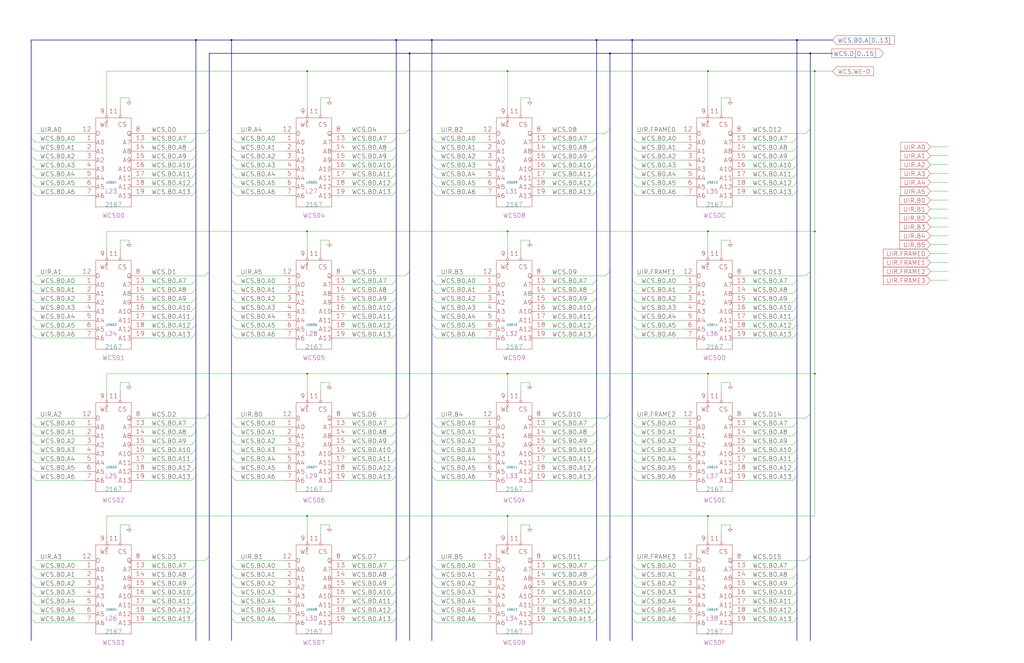
<source format=kicad_sch>
(kicad_sch (version 20211123) (generator eeschema)
  (paper "User" 584.2 378.46)
  (title_block (title "WRITABLE CONTROL STORE\\nWCS BITS 0 TO 15") (date "22-MAR-90") (rev "1.0") (comment 1 "VALUE") (comment 2 "232-003063") (comment 3 "S400") (comment 4 "RELEASED"))
  (bus (pts (xy 111.76 104.14) (xy 111.76 109.22)))
  (bus (pts (xy 111.76 109.22) (xy 111.76 160.02)))
  (bus (pts (xy 111.76 160.02) (xy 111.76 165.1)))
  (bus (pts (xy 111.76 165.1) (xy 111.76 170.18)))
  (bus (pts (xy 111.76 170.18) (xy 111.76 175.26)))
  (bus (pts (xy 111.76 175.26) (xy 111.76 180.34)))
  (bus (pts (xy 111.76 180.34) (xy 111.76 185.42)))
  (bus (pts (xy 111.76 185.42) (xy 111.76 190.5)))
  (bus (pts (xy 111.76 190.5) (xy 111.76 241.3)))
  (bus (pts (xy 111.76 22.86) (xy 111.76 78.74)))
  (bus (pts (xy 111.76 22.86) (xy 132.08 22.86)))
  (bus (pts (xy 111.76 241.3) (xy 111.76 246.38)))
  (bus (pts (xy 111.76 246.38) (xy 111.76 251.46)))
  (bus (pts (xy 111.76 251.46) (xy 111.76 256.54)))
  (bus (pts (xy 111.76 256.54) (xy 111.76 261.62)))
  (bus (pts (xy 111.76 261.62) (xy 111.76 266.7)))
  (bus (pts (xy 111.76 266.7) (xy 111.76 271.78)))
  (bus (pts (xy 111.76 271.78) (xy 111.76 322.58)))
  (bus (pts (xy 111.76 322.58) (xy 111.76 327.66)))
  (bus (pts (xy 111.76 327.66) (xy 111.76 332.74)))
  (bus (pts (xy 111.76 332.74) (xy 111.76 337.82)))
  (bus (pts (xy 111.76 337.82) (xy 111.76 342.9)))
  (bus (pts (xy 111.76 342.9) (xy 111.76 347.98)))
  (bus (pts (xy 111.76 347.98) (xy 111.76 353.06)))
  (bus (pts (xy 111.76 353.06) (xy 111.76 365.76)))
  (bus (pts (xy 111.76 78.74) (xy 111.76 83.82)))
  (bus (pts (xy 111.76 83.82) (xy 111.76 88.9)))
  (bus (pts (xy 111.76 88.9) (xy 111.76 93.98)))
  (bus (pts (xy 111.76 93.98) (xy 111.76 99.06)))
  (bus (pts (xy 111.76 99.06) (xy 111.76 104.14)))
  (bus (pts (xy 119.38 154.94) (xy 119.38 236.22)))
  (bus (pts (xy 119.38 236.22) (xy 119.38 317.5)))
  (bus (pts (xy 119.38 30.48) (xy 119.38 73.66)))
  (bus (pts (xy 119.38 30.48) (xy 233.68 30.48)))
  (bus (pts (xy 119.38 317.5) (xy 119.38 365.76)))
  (bus (pts (xy 119.38 73.66) (xy 119.38 154.94)))
  (bus (pts (xy 132.08 104.14) (xy 132.08 109.22)))
  (bus (pts (xy 132.08 109.22) (xy 132.08 160.02)))
  (bus (pts (xy 132.08 160.02) (xy 132.08 165.1)))
  (bus (pts (xy 132.08 165.1) (xy 132.08 170.18)))
  (bus (pts (xy 132.08 170.18) (xy 132.08 175.26)))
  (bus (pts (xy 132.08 175.26) (xy 132.08 180.34)))
  (bus (pts (xy 132.08 180.34) (xy 132.08 185.42)))
  (bus (pts (xy 132.08 185.42) (xy 132.08 190.5)))
  (bus (pts (xy 132.08 190.5) (xy 132.08 241.3)))
  (bus (pts (xy 132.08 22.86) (xy 132.08 78.74)))
  (bus (pts (xy 132.08 22.86) (xy 226.06 22.86)))
  (bus (pts (xy 132.08 241.3) (xy 132.08 246.38)))
  (bus (pts (xy 132.08 246.38) (xy 132.08 251.46)))
  (bus (pts (xy 132.08 251.46) (xy 132.08 256.54)))
  (bus (pts (xy 132.08 256.54) (xy 132.08 261.62)))
  (bus (pts (xy 132.08 261.62) (xy 132.08 266.7)))
  (bus (pts (xy 132.08 266.7) (xy 132.08 271.78)))
  (bus (pts (xy 132.08 271.78) (xy 132.08 322.58)))
  (bus (pts (xy 132.08 322.58) (xy 132.08 327.66)))
  (bus (pts (xy 132.08 327.66) (xy 132.08 332.74)))
  (bus (pts (xy 132.08 332.74) (xy 132.08 337.82)))
  (bus (pts (xy 132.08 337.82) (xy 132.08 342.9)))
  (bus (pts (xy 132.08 342.9) (xy 132.08 347.98)))
  (bus (pts (xy 132.08 347.98) (xy 132.08 353.06)))
  (bus (pts (xy 132.08 353.06) (xy 132.08 365.76)))
  (bus (pts (xy 132.08 78.74) (xy 132.08 83.82)))
  (bus (pts (xy 132.08 83.82) (xy 132.08 88.9)))
  (bus (pts (xy 132.08 88.9) (xy 132.08 93.98)))
  (bus (pts (xy 132.08 93.98) (xy 132.08 99.06)))
  (bus (pts (xy 132.08 99.06) (xy 132.08 104.14)))
  (bus (pts (xy 17.78 104.14) (xy 17.78 109.22)))
  (bus (pts (xy 17.78 109.22) (xy 17.78 160.02)))
  (bus (pts (xy 17.78 160.02) (xy 17.78 165.1)))
  (bus (pts (xy 17.78 165.1) (xy 17.78 170.18)))
  (bus (pts (xy 17.78 170.18) (xy 17.78 175.26)))
  (bus (pts (xy 17.78 175.26) (xy 17.78 180.34)))
  (bus (pts (xy 17.78 180.34) (xy 17.78 185.42)))
  (bus (pts (xy 17.78 185.42) (xy 17.78 190.5)))
  (bus (pts (xy 17.78 190.5) (xy 17.78 241.3)))
  (bus (pts (xy 17.78 22.86) (xy 111.76 22.86)))
  (bus (pts (xy 17.78 22.86) (xy 17.78 78.74)))
  (bus (pts (xy 17.78 241.3) (xy 17.78 246.38)))
  (bus (pts (xy 17.78 246.38) (xy 17.78 251.46)))
  (bus (pts (xy 17.78 251.46) (xy 17.78 256.54)))
  (bus (pts (xy 17.78 256.54) (xy 17.78 261.62)))
  (bus (pts (xy 17.78 261.62) (xy 17.78 266.7)))
  (bus (pts (xy 17.78 266.7) (xy 17.78 271.78)))
  (bus (pts (xy 17.78 271.78) (xy 17.78 322.58)))
  (bus (pts (xy 17.78 322.58) (xy 17.78 327.66)))
  (bus (pts (xy 17.78 327.66) (xy 17.78 332.74)))
  (bus (pts (xy 17.78 332.74) (xy 17.78 337.82)))
  (bus (pts (xy 17.78 337.82) (xy 17.78 342.9)))
  (bus (pts (xy 17.78 342.9) (xy 17.78 347.98)))
  (bus (pts (xy 17.78 347.98) (xy 17.78 353.06)))
  (bus (pts (xy 17.78 353.06) (xy 17.78 365.76)))
  (bus (pts (xy 17.78 78.74) (xy 17.78 83.82)))
  (bus (pts (xy 17.78 83.82) (xy 17.78 88.9)))
  (bus (pts (xy 17.78 88.9) (xy 17.78 93.98)))
  (bus (pts (xy 17.78 93.98) (xy 17.78 99.06)))
  (bus (pts (xy 17.78 99.06) (xy 17.78 104.14)))
  (bus (pts (xy 226.06 104.14) (xy 226.06 109.22)))
  (bus (pts (xy 226.06 109.22) (xy 226.06 160.02)))
  (bus (pts (xy 226.06 160.02) (xy 226.06 165.1)))
  (bus (pts (xy 226.06 165.1) (xy 226.06 170.18)))
  (bus (pts (xy 226.06 170.18) (xy 226.06 175.26)))
  (bus (pts (xy 226.06 175.26) (xy 226.06 180.34)))
  (bus (pts (xy 226.06 180.34) (xy 226.06 185.42)))
  (bus (pts (xy 226.06 185.42) (xy 226.06 190.5)))
  (bus (pts (xy 226.06 190.5) (xy 226.06 241.3)))
  (bus (pts (xy 226.06 22.86) (xy 226.06 78.74)))
  (bus (pts (xy 226.06 22.86) (xy 246.38 22.86)))
  (bus (pts (xy 226.06 241.3) (xy 226.06 246.38)))
  (bus (pts (xy 226.06 246.38) (xy 226.06 251.46)))
  (bus (pts (xy 226.06 251.46) (xy 226.06 256.54)))
  (bus (pts (xy 226.06 256.54) (xy 226.06 261.62)))
  (bus (pts (xy 226.06 261.62) (xy 226.06 266.7)))
  (bus (pts (xy 226.06 266.7) (xy 226.06 271.78)))
  (bus (pts (xy 226.06 271.78) (xy 226.06 322.58)))
  (bus (pts (xy 226.06 322.58) (xy 226.06 327.66)))
  (bus (pts (xy 226.06 327.66) (xy 226.06 332.74)))
  (bus (pts (xy 226.06 332.74) (xy 226.06 337.82)))
  (bus (pts (xy 226.06 337.82) (xy 226.06 342.9)))
  (bus (pts (xy 226.06 342.9) (xy 226.06 347.98)))
  (bus (pts (xy 226.06 347.98) (xy 226.06 353.06)))
  (bus (pts (xy 226.06 353.06) (xy 226.06 365.76)))
  (bus (pts (xy 226.06 78.74) (xy 226.06 83.82)))
  (bus (pts (xy 226.06 83.82) (xy 226.06 88.9)))
  (bus (pts (xy 226.06 88.9) (xy 226.06 93.98)))
  (bus (pts (xy 226.06 93.98) (xy 226.06 99.06)))
  (bus (pts (xy 226.06 99.06) (xy 226.06 104.14)))
  (bus (pts (xy 233.68 154.94) (xy 233.68 236.22)))
  (bus (pts (xy 233.68 236.22) (xy 233.68 317.5)))
  (bus (pts (xy 233.68 30.48) (xy 233.68 73.66)))
  (bus (pts (xy 233.68 30.48) (xy 347.98 30.48)))
  (bus (pts (xy 233.68 317.5) (xy 233.68 365.76)))
  (bus (pts (xy 233.68 73.66) (xy 233.68 154.94)))
  (bus (pts (xy 246.38 104.14) (xy 246.38 109.22)))
  (bus (pts (xy 246.38 109.22) (xy 246.38 160.02)))
  (bus (pts (xy 246.38 160.02) (xy 246.38 165.1)))
  (bus (pts (xy 246.38 165.1) (xy 246.38 170.18)))
  (bus (pts (xy 246.38 170.18) (xy 246.38 175.26)))
  (bus (pts (xy 246.38 175.26) (xy 246.38 180.34)))
  (bus (pts (xy 246.38 180.34) (xy 246.38 185.42)))
  (bus (pts (xy 246.38 185.42) (xy 246.38 190.5)))
  (bus (pts (xy 246.38 190.5) (xy 246.38 241.3)))
  (bus (pts (xy 246.38 22.86) (xy 246.38 78.74)))
  (bus (pts (xy 246.38 22.86) (xy 340.36 22.86)))
  (bus (pts (xy 246.38 241.3) (xy 246.38 246.38)))
  (bus (pts (xy 246.38 246.38) (xy 246.38 251.46)))
  (bus (pts (xy 246.38 251.46) (xy 246.38 256.54)))
  (bus (pts (xy 246.38 256.54) (xy 246.38 261.62)))
  (bus (pts (xy 246.38 261.62) (xy 246.38 266.7)))
  (bus (pts (xy 246.38 266.7) (xy 246.38 271.78)))
  (bus (pts (xy 246.38 271.78) (xy 246.38 322.58)))
  (bus (pts (xy 246.38 322.58) (xy 246.38 327.66)))
  (bus (pts (xy 246.38 327.66) (xy 246.38 332.74)))
  (bus (pts (xy 246.38 332.74) (xy 246.38 337.82)))
  (bus (pts (xy 246.38 337.82) (xy 246.38 342.9)))
  (bus (pts (xy 246.38 342.9) (xy 246.38 347.98)))
  (bus (pts (xy 246.38 347.98) (xy 246.38 353.06)))
  (bus (pts (xy 246.38 353.06) (xy 246.38 365.76)))
  (bus (pts (xy 246.38 78.74) (xy 246.38 83.82)))
  (bus (pts (xy 246.38 83.82) (xy 246.38 88.9)))
  (bus (pts (xy 246.38 88.9) (xy 246.38 93.98)))
  (bus (pts (xy 246.38 93.98) (xy 246.38 99.06)))
  (bus (pts (xy 246.38 99.06) (xy 246.38 104.14)))
  (bus (pts (xy 340.36 104.14) (xy 340.36 109.22)))
  (bus (pts (xy 340.36 109.22) (xy 340.36 160.02)))
  (bus (pts (xy 340.36 160.02) (xy 340.36 165.1)))
  (bus (pts (xy 340.36 165.1) (xy 340.36 170.18)))
  (bus (pts (xy 340.36 170.18) (xy 340.36 175.26)))
  (bus (pts (xy 340.36 175.26) (xy 340.36 180.34)))
  (bus (pts (xy 340.36 180.34) (xy 340.36 185.42)))
  (bus (pts (xy 340.36 185.42) (xy 340.36 190.5)))
  (bus (pts (xy 340.36 190.5) (xy 340.36 241.3)))
  (bus (pts (xy 340.36 22.86) (xy 340.36 78.74)))
  (bus (pts (xy 340.36 22.86) (xy 360.68 22.86)))
  (bus (pts (xy 340.36 241.3) (xy 340.36 246.38)))
  (bus (pts (xy 340.36 246.38) (xy 340.36 251.46)))
  (bus (pts (xy 340.36 251.46) (xy 340.36 256.54)))
  (bus (pts (xy 340.36 256.54) (xy 340.36 261.62)))
  (bus (pts (xy 340.36 261.62) (xy 340.36 266.7)))
  (bus (pts (xy 340.36 266.7) (xy 340.36 271.78)))
  (bus (pts (xy 340.36 271.78) (xy 340.36 322.58)))
  (bus (pts (xy 340.36 322.58) (xy 340.36 327.66)))
  (bus (pts (xy 340.36 327.66) (xy 340.36 332.74)))
  (bus (pts (xy 340.36 332.74) (xy 340.36 337.82)))
  (bus (pts (xy 340.36 337.82) (xy 340.36 342.9)))
  (bus (pts (xy 340.36 342.9) (xy 340.36 347.98)))
  (bus (pts (xy 340.36 347.98) (xy 340.36 353.06)))
  (bus (pts (xy 340.36 353.06) (xy 340.36 365.76)))
  (bus (pts (xy 340.36 78.74) (xy 340.36 83.82)))
  (bus (pts (xy 340.36 83.82) (xy 340.36 88.9)))
  (bus (pts (xy 340.36 88.9) (xy 340.36 93.98)))
  (bus (pts (xy 340.36 93.98) (xy 340.36 99.06)))
  (bus (pts (xy 340.36 99.06) (xy 340.36 104.14)))
  (bus (pts (xy 347.98 154.94) (xy 347.98 236.22)))
  (bus (pts (xy 347.98 236.22) (xy 347.98 317.5)))
  (bus (pts (xy 347.98 30.48) (xy 347.98 73.66)))
  (bus (pts (xy 347.98 30.48) (xy 462.28 30.48)))
  (bus (pts (xy 347.98 317.5) (xy 347.98 365.76)))
  (bus (pts (xy 347.98 73.66) (xy 347.98 154.94)))
  (bus (pts (xy 360.68 104.14) (xy 360.68 109.22)))
  (bus (pts (xy 360.68 109.22) (xy 360.68 160.02)))
  (bus (pts (xy 360.68 160.02) (xy 360.68 165.1)))
  (bus (pts (xy 360.68 165.1) (xy 360.68 170.18)))
  (bus (pts (xy 360.68 170.18) (xy 360.68 175.26)))
  (bus (pts (xy 360.68 175.26) (xy 360.68 180.34)))
  (bus (pts (xy 360.68 180.34) (xy 360.68 185.42)))
  (bus (pts (xy 360.68 185.42) (xy 360.68 190.5)))
  (bus (pts (xy 360.68 190.5) (xy 360.68 241.3)))
  (bus (pts (xy 360.68 22.86) (xy 360.68 78.74)))
  (bus (pts (xy 360.68 22.86) (xy 454.66 22.86)))
  (bus (pts (xy 360.68 241.3) (xy 360.68 246.38)))
  (bus (pts (xy 360.68 246.38) (xy 360.68 251.46)))
  (bus (pts (xy 360.68 251.46) (xy 360.68 256.54)))
  (bus (pts (xy 360.68 256.54) (xy 360.68 261.62)))
  (bus (pts (xy 360.68 261.62) (xy 360.68 266.7)))
  (bus (pts (xy 360.68 266.7) (xy 360.68 271.78)))
  (bus (pts (xy 360.68 271.78) (xy 360.68 322.58)))
  (bus (pts (xy 360.68 322.58) (xy 360.68 327.66)))
  (bus (pts (xy 360.68 327.66) (xy 360.68 332.74)))
  (bus (pts (xy 360.68 332.74) (xy 360.68 337.82)))
  (bus (pts (xy 360.68 337.82) (xy 360.68 342.9)))
  (bus (pts (xy 360.68 342.9) (xy 360.68 347.98)))
  (bus (pts (xy 360.68 347.98) (xy 360.68 353.06)))
  (bus (pts (xy 360.68 353.06) (xy 360.68 365.76)))
  (bus (pts (xy 360.68 78.74) (xy 360.68 83.82)))
  (bus (pts (xy 360.68 83.82) (xy 360.68 88.9)))
  (bus (pts (xy 360.68 88.9) (xy 360.68 93.98)))
  (bus (pts (xy 360.68 93.98) (xy 360.68 99.06)))
  (bus (pts (xy 360.68 99.06) (xy 360.68 104.14)))
  (bus (pts (xy 454.66 104.14) (xy 454.66 109.22)))
  (bus (pts (xy 454.66 109.22) (xy 454.66 160.02)))
  (bus (pts (xy 454.66 160.02) (xy 454.66 165.1)))
  (bus (pts (xy 454.66 165.1) (xy 454.66 170.18)))
  (bus (pts (xy 454.66 170.18) (xy 454.66 175.26)))
  (bus (pts (xy 454.66 175.26) (xy 454.66 180.34)))
  (bus (pts (xy 454.66 180.34) (xy 454.66 185.42)))
  (bus (pts (xy 454.66 185.42) (xy 454.66 190.5)))
  (bus (pts (xy 454.66 190.5) (xy 454.66 241.3)))
  (bus (pts (xy 454.66 22.86) (xy 454.66 78.74)))
  (bus (pts (xy 454.66 22.86) (xy 474.98 22.86)))
  (bus (pts (xy 454.66 241.3) (xy 454.66 246.38)))
  (bus (pts (xy 454.66 246.38) (xy 454.66 251.46)))
  (bus (pts (xy 454.66 251.46) (xy 454.66 256.54)))
  (bus (pts (xy 454.66 256.54) (xy 454.66 261.62)))
  (bus (pts (xy 454.66 261.62) (xy 454.66 266.7)))
  (bus (pts (xy 454.66 266.7) (xy 454.66 271.78)))
  (bus (pts (xy 454.66 271.78) (xy 454.66 322.58)))
  (bus (pts (xy 454.66 322.58) (xy 454.66 327.66)))
  (bus (pts (xy 454.66 327.66) (xy 454.66 332.74)))
  (bus (pts (xy 454.66 332.74) (xy 454.66 337.82)))
  (bus (pts (xy 454.66 337.82) (xy 454.66 342.9)))
  (bus (pts (xy 454.66 342.9) (xy 454.66 347.98)))
  (bus (pts (xy 454.66 347.98) (xy 454.66 353.06)))
  (bus (pts (xy 454.66 353.06) (xy 454.66 365.76)))
  (bus (pts (xy 454.66 78.74) (xy 454.66 83.82)))
  (bus (pts (xy 454.66 83.82) (xy 454.66 88.9)))
  (bus (pts (xy 454.66 88.9) (xy 454.66 93.98)))
  (bus (pts (xy 454.66 93.98) (xy 454.66 99.06)))
  (bus (pts (xy 454.66 99.06) (xy 454.66 104.14)))
  (bus (pts (xy 462.28 154.94) (xy 462.28 236.22)))
  (bus (pts (xy 462.28 236.22) (xy 462.28 317.5)))
  (bus (pts (xy 462.28 30.48) (xy 462.28 73.66)))
  (bus (pts (xy 462.28 30.48) (xy 474.98 30.48)))
  (bus (pts (xy 462.28 317.5) (xy 462.28 365.76)))
  (bus (pts (xy 462.28 73.66) (xy 462.28 154.94)))
  (wire (pts (xy 134.62 101.6) (xy 162.56 101.6)))
  (wire (pts (xy 134.62 106.68) (xy 162.56 106.68)))
  (wire (pts (xy 134.62 111.76) (xy 162.56 111.76)))
  (wire (pts (xy 134.62 157.48) (xy 162.56 157.48)))
  (wire (pts (xy 134.62 162.56) (xy 162.56 162.56)))
  (wire (pts (xy 134.62 167.64) (xy 162.56 167.64)))
  (wire (pts (xy 134.62 172.72) (xy 162.56 172.72)))
  (wire (pts (xy 134.62 177.8) (xy 162.56 177.8)))
  (wire (pts (xy 134.62 182.88) (xy 162.56 182.88)))
  (wire (pts (xy 134.62 187.96) (xy 162.56 187.96)))
  (wire (pts (xy 134.62 193.04) (xy 162.56 193.04)))
  (wire (pts (xy 134.62 238.76) (xy 162.56 238.76)))
  (wire (pts (xy 134.62 243.84) (xy 162.56 243.84)))
  (wire (pts (xy 134.62 248.92) (xy 162.56 248.92)))
  (wire (pts (xy 134.62 254) (xy 162.56 254)))
  (wire (pts (xy 134.62 259.08) (xy 162.56 259.08)))
  (wire (pts (xy 134.62 264.16) (xy 162.56 264.16)))
  (wire (pts (xy 134.62 269.24) (xy 162.56 269.24)))
  (wire (pts (xy 134.62 274.32) (xy 162.56 274.32)))
  (wire (pts (xy 134.62 320.04) (xy 162.56 320.04)))
  (wire (pts (xy 134.62 325.12) (xy 162.56 325.12)))
  (wire (pts (xy 134.62 330.2) (xy 162.56 330.2)))
  (wire (pts (xy 134.62 335.28) (xy 162.56 335.28)))
  (wire (pts (xy 134.62 340.36) (xy 162.56 340.36)))
  (wire (pts (xy 134.62 345.44) (xy 162.56 345.44)))
  (wire (pts (xy 134.62 350.52) (xy 162.56 350.52)))
  (wire (pts (xy 134.62 355.6) (xy 162.56 355.6)))
  (wire (pts (xy 134.62 76.2) (xy 162.56 76.2)))
  (wire (pts (xy 134.62 81.28) (xy 162.56 81.28)))
  (wire (pts (xy 134.62 86.36) (xy 162.56 86.36)))
  (wire (pts (xy 134.62 91.44) (xy 162.56 91.44)))
  (wire (pts (xy 134.62 96.52) (xy 162.56 96.52)))
  (wire (pts (xy 175.26 132.08) (xy 175.26 142.24)))
  (wire (pts (xy 175.26 132.08) (xy 289.56 132.08)))
  (wire (pts (xy 175.26 213.36) (xy 175.26 223.52)))
  (wire (pts (xy 175.26 213.36) (xy 289.56 213.36)))
  (wire (pts (xy 175.26 294.64) (xy 175.26 304.8)))
  (wire (pts (xy 175.26 294.64) (xy 60.96 294.64)))
  (wire (pts (xy 175.26 40.64) (xy 175.26 60.96)))
  (wire (pts (xy 175.26 40.64) (xy 289.56 40.64)))
  (wire (pts (xy 182.88 137.16) (xy 182.88 142.24)))
  (wire (pts (xy 182.88 218.44) (xy 182.88 223.52)))
  (wire (pts (xy 182.88 299.72) (xy 182.88 304.8)))
  (wire (pts (xy 182.88 55.88) (xy 182.88 60.96)))
  (wire (pts (xy 187.96 137.16) (xy 182.88 137.16)))
  (wire (pts (xy 187.96 218.44) (xy 182.88 218.44)))
  (wire (pts (xy 187.96 299.72) (xy 182.88 299.72)))
  (wire (pts (xy 187.96 55.88) (xy 182.88 55.88)))
  (wire (pts (xy 195.58 101.6) (xy 223.52 101.6)))
  (wire (pts (xy 195.58 106.68) (xy 223.52 106.68)))
  (wire (pts (xy 195.58 111.76) (xy 223.52 111.76)))
  (wire (pts (xy 195.58 157.48) (xy 231.14 157.48)))
  (wire (pts (xy 195.58 162.56) (xy 223.52 162.56)))
  (wire (pts (xy 195.58 167.64) (xy 223.52 167.64)))
  (wire (pts (xy 195.58 172.72) (xy 223.52 172.72)))
  (wire (pts (xy 195.58 177.8) (xy 223.52 177.8)))
  (wire (pts (xy 195.58 182.88) (xy 223.52 182.88)))
  (wire (pts (xy 195.58 187.96) (xy 223.52 187.96)))
  (wire (pts (xy 195.58 193.04) (xy 223.52 193.04)))
  (wire (pts (xy 195.58 238.76) (xy 231.14 238.76)))
  (wire (pts (xy 195.58 243.84) (xy 223.52 243.84)))
  (wire (pts (xy 195.58 248.92) (xy 223.52 248.92)))
  (wire (pts (xy 195.58 254) (xy 223.52 254)))
  (wire (pts (xy 195.58 259.08) (xy 223.52 259.08)))
  (wire (pts (xy 195.58 264.16) (xy 223.52 264.16)))
  (wire (pts (xy 195.58 269.24) (xy 223.52 269.24)))
  (wire (pts (xy 195.58 274.32) (xy 223.52 274.32)))
  (wire (pts (xy 195.58 320.04) (xy 231.14 320.04)))
  (wire (pts (xy 195.58 325.12) (xy 223.52 325.12)))
  (wire (pts (xy 195.58 330.2) (xy 223.52 330.2)))
  (wire (pts (xy 195.58 335.28) (xy 223.52 335.28)))
  (wire (pts (xy 195.58 340.36) (xy 223.52 340.36)))
  (wire (pts (xy 195.58 345.44) (xy 223.52 345.44)))
  (wire (pts (xy 195.58 350.52) (xy 223.52 350.52)))
  (wire (pts (xy 195.58 355.6) (xy 223.52 355.6)))
  (wire (pts (xy 195.58 76.2) (xy 231.14 76.2)))
  (wire (pts (xy 195.58 81.28) (xy 223.52 81.28)))
  (wire (pts (xy 195.58 86.36) (xy 223.52 86.36)))
  (wire (pts (xy 195.58 91.44) (xy 223.52 91.44)))
  (wire (pts (xy 195.58 96.52) (xy 223.52 96.52)))
  (wire (pts (xy 20.32 101.6) (xy 48.26 101.6)))
  (wire (pts (xy 20.32 106.68) (xy 48.26 106.68)))
  (wire (pts (xy 20.32 111.76) (xy 48.26 111.76)))
  (wire (pts (xy 20.32 157.48) (xy 48.26 157.48)))
  (wire (pts (xy 20.32 162.56) (xy 48.26 162.56)))
  (wire (pts (xy 20.32 167.64) (xy 48.26 167.64)))
  (wire (pts (xy 20.32 172.72) (xy 48.26 172.72)))
  (wire (pts (xy 20.32 177.8) (xy 48.26 177.8)))
  (wire (pts (xy 20.32 182.88) (xy 48.26 182.88)))
  (wire (pts (xy 20.32 187.96) (xy 48.26 187.96)))
  (wire (pts (xy 20.32 193.04) (xy 48.26 193.04)))
  (wire (pts (xy 20.32 238.76) (xy 48.26 238.76)))
  (wire (pts (xy 20.32 243.84) (xy 48.26 243.84)))
  (wire (pts (xy 20.32 248.92) (xy 48.26 248.92)))
  (wire (pts (xy 20.32 254) (xy 48.26 254)))
  (wire (pts (xy 20.32 259.08) (xy 48.26 259.08)))
  (wire (pts (xy 20.32 264.16) (xy 48.26 264.16)))
  (wire (pts (xy 20.32 269.24) (xy 48.26 269.24)))
  (wire (pts (xy 20.32 274.32) (xy 48.26 274.32)))
  (wire (pts (xy 20.32 320.04) (xy 48.26 320.04)))
  (wire (pts (xy 20.32 325.12) (xy 48.26 325.12)))
  (wire (pts (xy 20.32 330.2) (xy 48.26 330.2)))
  (wire (pts (xy 20.32 335.28) (xy 48.26 335.28)))
  (wire (pts (xy 20.32 340.36) (xy 48.26 340.36)))
  (wire (pts (xy 20.32 345.44) (xy 48.26 345.44)))
  (wire (pts (xy 20.32 350.52) (xy 48.26 350.52)))
  (wire (pts (xy 20.32 355.6) (xy 48.26 355.6)))
  (wire (pts (xy 20.32 76.2) (xy 48.26 76.2)))
  (wire (pts (xy 20.32 81.28) (xy 48.26 81.28)))
  (wire (pts (xy 20.32 86.36) (xy 48.26 86.36)))
  (wire (pts (xy 20.32 91.44) (xy 48.26 91.44)))
  (wire (pts (xy 20.32 96.52) (xy 48.26 96.52)))
  (wire (pts (xy 248.92 101.6) (xy 276.86 101.6)))
  (wire (pts (xy 248.92 106.68) (xy 276.86 106.68)))
  (wire (pts (xy 248.92 111.76) (xy 276.86 111.76)))
  (wire (pts (xy 248.92 157.48) (xy 276.86 157.48)))
  (wire (pts (xy 248.92 162.56) (xy 276.86 162.56)))
  (wire (pts (xy 248.92 167.64) (xy 276.86 167.64)))
  (wire (pts (xy 248.92 172.72) (xy 276.86 172.72)))
  (wire (pts (xy 248.92 177.8) (xy 276.86 177.8)))
  (wire (pts (xy 248.92 182.88) (xy 276.86 182.88)))
  (wire (pts (xy 248.92 187.96) (xy 276.86 187.96)))
  (wire (pts (xy 248.92 193.04) (xy 276.86 193.04)))
  (wire (pts (xy 248.92 238.76) (xy 276.86 238.76)))
  (wire (pts (xy 248.92 243.84) (xy 276.86 243.84)))
  (wire (pts (xy 248.92 248.92) (xy 276.86 248.92)))
  (wire (pts (xy 248.92 254) (xy 276.86 254)))
  (wire (pts (xy 248.92 259.08) (xy 276.86 259.08)))
  (wire (pts (xy 248.92 264.16) (xy 276.86 264.16)))
  (wire (pts (xy 248.92 269.24) (xy 276.86 269.24)))
  (wire (pts (xy 248.92 274.32) (xy 276.86 274.32)))
  (wire (pts (xy 248.92 320.04) (xy 276.86 320.04)))
  (wire (pts (xy 248.92 325.12) (xy 276.86 325.12)))
  (wire (pts (xy 248.92 330.2) (xy 276.86 330.2)))
  (wire (pts (xy 248.92 335.28) (xy 276.86 335.28)))
  (wire (pts (xy 248.92 340.36) (xy 276.86 340.36)))
  (wire (pts (xy 248.92 345.44) (xy 276.86 345.44)))
  (wire (pts (xy 248.92 350.52) (xy 276.86 350.52)))
  (wire (pts (xy 248.92 355.6) (xy 276.86 355.6)))
  (wire (pts (xy 248.92 76.2) (xy 276.86 76.2)))
  (wire (pts (xy 248.92 81.28) (xy 276.86 81.28)))
  (wire (pts (xy 248.92 86.36) (xy 276.86 86.36)))
  (wire (pts (xy 248.92 91.44) (xy 276.86 91.44)))
  (wire (pts (xy 248.92 96.52) (xy 276.86 96.52)))
  (wire (pts (xy 289.56 132.08) (xy 289.56 142.24)))
  (wire (pts (xy 289.56 132.08) (xy 403.86 132.08)))
  (wire (pts (xy 289.56 213.36) (xy 289.56 223.52)))
  (wire (pts (xy 289.56 213.36) (xy 403.86 213.36)))
  (wire (pts (xy 289.56 294.64) (xy 175.26 294.64)))
  (wire (pts (xy 289.56 294.64) (xy 289.56 304.8)))
  (wire (pts (xy 289.56 40.64) (xy 289.56 60.96)))
  (wire (pts (xy 289.56 40.64) (xy 403.86 40.64)))
  (wire (pts (xy 297.18 137.16) (xy 297.18 142.24)))
  (wire (pts (xy 297.18 218.44) (xy 297.18 223.52)))
  (wire (pts (xy 297.18 299.72) (xy 297.18 304.8)))
  (wire (pts (xy 297.18 55.88) (xy 297.18 60.96)))
  (wire (pts (xy 302.26 137.16) (xy 297.18 137.16)))
  (wire (pts (xy 302.26 218.44) (xy 297.18 218.44)))
  (wire (pts (xy 302.26 299.72) (xy 297.18 299.72)))
  (wire (pts (xy 302.26 55.88) (xy 297.18 55.88)))
  (wire (pts (xy 309.88 101.6) (xy 337.82 101.6)))
  (wire (pts (xy 309.88 106.68) (xy 337.82 106.68)))
  (wire (pts (xy 309.88 111.76) (xy 337.82 111.76)))
  (wire (pts (xy 309.88 157.48) (xy 345.44 157.48)))
  (wire (pts (xy 309.88 162.56) (xy 337.82 162.56)))
  (wire (pts (xy 309.88 167.64) (xy 337.82 167.64)))
  (wire (pts (xy 309.88 172.72) (xy 337.82 172.72)))
  (wire (pts (xy 309.88 177.8) (xy 337.82 177.8)))
  (wire (pts (xy 309.88 182.88) (xy 337.82 182.88)))
  (wire (pts (xy 309.88 187.96) (xy 337.82 187.96)))
  (wire (pts (xy 309.88 193.04) (xy 337.82 193.04)))
  (wire (pts (xy 309.88 238.76) (xy 345.44 238.76)))
  (wire (pts (xy 309.88 243.84) (xy 337.82 243.84)))
  (wire (pts (xy 309.88 248.92) (xy 337.82 248.92)))
  (wire (pts (xy 309.88 254) (xy 337.82 254)))
  (wire (pts (xy 309.88 259.08) (xy 337.82 259.08)))
  (wire (pts (xy 309.88 264.16) (xy 337.82 264.16)))
  (wire (pts (xy 309.88 269.24) (xy 337.82 269.24)))
  (wire (pts (xy 309.88 274.32) (xy 337.82 274.32)))
  (wire (pts (xy 309.88 320.04) (xy 345.44 320.04)))
  (wire (pts (xy 309.88 325.12) (xy 337.82 325.12)))
  (wire (pts (xy 309.88 330.2) (xy 337.82 330.2)))
  (wire (pts (xy 309.88 335.28) (xy 337.82 335.28)))
  (wire (pts (xy 309.88 340.36) (xy 337.82 340.36)))
  (wire (pts (xy 309.88 345.44) (xy 337.82 345.44)))
  (wire (pts (xy 309.88 350.52) (xy 337.82 350.52)))
  (wire (pts (xy 309.88 355.6) (xy 337.82 355.6)))
  (wire (pts (xy 309.88 76.2) (xy 345.44 76.2)))
  (wire (pts (xy 309.88 81.28) (xy 337.82 81.28)))
  (wire (pts (xy 309.88 86.36) (xy 337.82 86.36)))
  (wire (pts (xy 309.88 91.44) (xy 337.82 91.44)))
  (wire (pts (xy 309.88 96.52) (xy 337.82 96.52)))
  (wire (pts (xy 363.22 101.6) (xy 391.16 101.6)))
  (wire (pts (xy 363.22 106.68) (xy 391.16 106.68)))
  (wire (pts (xy 363.22 111.76) (xy 391.16 111.76)))
  (wire (pts (xy 363.22 157.48) (xy 391.16 157.48)))
  (wire (pts (xy 363.22 162.56) (xy 391.16 162.56)))
  (wire (pts (xy 363.22 167.64) (xy 391.16 167.64)))
  (wire (pts (xy 363.22 172.72) (xy 391.16 172.72)))
  (wire (pts (xy 363.22 177.8) (xy 391.16 177.8)))
  (wire (pts (xy 363.22 182.88) (xy 391.16 182.88)))
  (wire (pts (xy 363.22 187.96) (xy 391.16 187.96)))
  (wire (pts (xy 363.22 193.04) (xy 391.16 193.04)))
  (wire (pts (xy 363.22 238.76) (xy 391.16 238.76)))
  (wire (pts (xy 363.22 243.84) (xy 391.16 243.84)))
  (wire (pts (xy 363.22 248.92) (xy 391.16 248.92)))
  (wire (pts (xy 363.22 254) (xy 391.16 254)))
  (wire (pts (xy 363.22 259.08) (xy 391.16 259.08)))
  (wire (pts (xy 363.22 264.16) (xy 391.16 264.16)))
  (wire (pts (xy 363.22 269.24) (xy 391.16 269.24)))
  (wire (pts (xy 363.22 274.32) (xy 391.16 274.32)))
  (wire (pts (xy 363.22 320.04) (xy 391.16 320.04)))
  (wire (pts (xy 363.22 325.12) (xy 391.16 325.12)))
  (wire (pts (xy 363.22 330.2) (xy 391.16 330.2)))
  (wire (pts (xy 363.22 335.28) (xy 391.16 335.28)))
  (wire (pts (xy 363.22 340.36) (xy 391.16 340.36)))
  (wire (pts (xy 363.22 345.44) (xy 391.16 345.44)))
  (wire (pts (xy 363.22 350.52) (xy 391.16 350.52)))
  (wire (pts (xy 363.22 355.6) (xy 391.16 355.6)))
  (wire (pts (xy 363.22 76.2) (xy 391.16 76.2)))
  (wire (pts (xy 363.22 81.28) (xy 391.16 81.28)))
  (wire (pts (xy 363.22 86.36) (xy 391.16 86.36)))
  (wire (pts (xy 363.22 91.44) (xy 391.16 91.44)))
  (wire (pts (xy 363.22 96.52) (xy 391.16 96.52)))
  (wire (pts (xy 403.86 132.08) (xy 403.86 142.24)))
  (wire (pts (xy 403.86 132.08) (xy 464.82 132.08)))
  (wire (pts (xy 403.86 213.36) (xy 403.86 223.52)))
  (wire (pts (xy 403.86 213.36) (xy 464.82 213.36)))
  (wire (pts (xy 403.86 294.64) (xy 289.56 294.64)))
  (wire (pts (xy 403.86 294.64) (xy 403.86 304.8)))
  (wire (pts (xy 403.86 40.64) (xy 403.86 60.96)))
  (wire (pts (xy 403.86 40.64) (xy 464.82 40.64)))
  (wire (pts (xy 411.48 137.16) (xy 411.48 142.24)))
  (wire (pts (xy 411.48 218.44) (xy 411.48 223.52)))
  (wire (pts (xy 411.48 299.72) (xy 411.48 304.8)))
  (wire (pts (xy 411.48 55.88) (xy 411.48 60.96)))
  (wire (pts (xy 416.56 137.16) (xy 411.48 137.16)))
  (wire (pts (xy 416.56 218.44) (xy 411.48 218.44)))
  (wire (pts (xy 416.56 299.72) (xy 411.48 299.72)))
  (wire (pts (xy 416.56 55.88) (xy 411.48 55.88)))
  (wire (pts (xy 424.18 101.6) (xy 452.12 101.6)))
  (wire (pts (xy 424.18 106.68) (xy 452.12 106.68)))
  (wire (pts (xy 424.18 111.76) (xy 452.12 111.76)))
  (wire (pts (xy 424.18 157.48) (xy 459.74 157.48)))
  (wire (pts (xy 424.18 162.56) (xy 452.12 162.56)))
  (wire (pts (xy 424.18 167.64) (xy 452.12 167.64)))
  (wire (pts (xy 424.18 172.72) (xy 452.12 172.72)))
  (wire (pts (xy 424.18 177.8) (xy 452.12 177.8)))
  (wire (pts (xy 424.18 182.88) (xy 452.12 182.88)))
  (wire (pts (xy 424.18 187.96) (xy 452.12 187.96)))
  (wire (pts (xy 424.18 193.04) (xy 452.12 193.04)))
  (wire (pts (xy 424.18 238.76) (xy 459.74 238.76)))
  (wire (pts (xy 424.18 243.84) (xy 452.12 243.84)))
  (wire (pts (xy 424.18 248.92) (xy 452.12 248.92)))
  (wire (pts (xy 424.18 254) (xy 452.12 254)))
  (wire (pts (xy 424.18 259.08) (xy 452.12 259.08)))
  (wire (pts (xy 424.18 264.16) (xy 452.12 264.16)))
  (wire (pts (xy 424.18 269.24) (xy 452.12 269.24)))
  (wire (pts (xy 424.18 274.32) (xy 452.12 274.32)))
  (wire (pts (xy 424.18 320.04) (xy 459.74 320.04)))
  (wire (pts (xy 424.18 325.12) (xy 452.12 325.12)))
  (wire (pts (xy 424.18 330.2) (xy 452.12 330.2)))
  (wire (pts (xy 424.18 335.28) (xy 452.12 335.28)))
  (wire (pts (xy 424.18 340.36) (xy 452.12 340.36)))
  (wire (pts (xy 424.18 345.44) (xy 452.12 345.44)))
  (wire (pts (xy 424.18 350.52) (xy 452.12 350.52)))
  (wire (pts (xy 424.18 355.6) (xy 452.12 355.6)))
  (wire (pts (xy 424.18 76.2) (xy 459.74 76.2)))
  (wire (pts (xy 424.18 81.28) (xy 452.12 81.28)))
  (wire (pts (xy 424.18 86.36) (xy 452.12 86.36)))
  (wire (pts (xy 424.18 91.44) (xy 452.12 91.44)))
  (wire (pts (xy 424.18 96.52) (xy 452.12 96.52)))
  (wire (pts (xy 464.82 132.08) (xy 464.82 213.36)))
  (wire (pts (xy 464.82 213.36) (xy 464.82 294.64)))
  (wire (pts (xy 464.82 294.64) (xy 403.86 294.64)))
  (wire (pts (xy 464.82 40.64) (xy 464.82 132.08)))
  (wire (pts (xy 464.82 40.64) (xy 474.98 40.64)))
  (wire (pts (xy 530.86 104.14) (xy 541.02 104.14)))
  (wire (pts (xy 530.86 109.22) (xy 541.02 109.22)))
  (wire (pts (xy 530.86 114.3) (xy 541.02 114.3)))
  (wire (pts (xy 530.86 119.38) (xy 541.02 119.38)))
  (wire (pts (xy 530.86 124.46) (xy 541.02 124.46)))
  (wire (pts (xy 530.86 129.54) (xy 541.02 129.54)))
  (wire (pts (xy 530.86 134.62) (xy 541.02 134.62)))
  (wire (pts (xy 530.86 139.7) (xy 541.02 139.7)))
  (wire (pts (xy 530.86 144.78) (xy 541.02 144.78)))
  (wire (pts (xy 530.86 149.86) (xy 541.02 149.86)))
  (wire (pts (xy 530.86 154.94) (xy 541.02 154.94)))
  (wire (pts (xy 530.86 160.02) (xy 541.02 160.02)))
  (wire (pts (xy 530.86 83.82) (xy 541.02 83.82)))
  (wire (pts (xy 530.86 88.9) (xy 541.02 88.9)))
  (wire (pts (xy 530.86 93.98) (xy 541.02 93.98)))
  (wire (pts (xy 530.86 99.06) (xy 541.02 99.06)))
  (wire (pts (xy 60.96 132.08) (xy 175.26 132.08)))
  (wire (pts (xy 60.96 132.08) (xy 60.96 142.24)))
  (wire (pts (xy 60.96 213.36) (xy 175.26 213.36)))
  (wire (pts (xy 60.96 213.36) (xy 60.96 223.52)))
  (wire (pts (xy 60.96 294.64) (xy 60.96 304.8)))
  (wire (pts (xy 60.96 40.64) (xy 175.26 40.64)))
  (wire (pts (xy 60.96 40.64) (xy 60.96 60.96)))
  (wire (pts (xy 68.58 137.16) (xy 68.58 142.24)))
  (wire (pts (xy 68.58 218.44) (xy 68.58 223.52)))
  (wire (pts (xy 68.58 299.72) (xy 68.58 304.8)))
  (wire (pts (xy 68.58 55.88) (xy 68.58 60.96)))
  (wire (pts (xy 73.66 137.16) (xy 68.58 137.16)))
  (wire (pts (xy 73.66 218.44) (xy 68.58 218.44)))
  (wire (pts (xy 73.66 299.72) (xy 68.58 299.72)))
  (wire (pts (xy 73.66 55.88) (xy 68.58 55.88)))
  (wire (pts (xy 81.28 101.6) (xy 109.22 101.6)))
  (wire (pts (xy 81.28 106.68) (xy 109.22 106.68)))
  (wire (pts (xy 81.28 111.76) (xy 109.22 111.76)))
  (wire (pts (xy 81.28 157.48) (xy 116.84 157.48)))
  (wire (pts (xy 81.28 162.56) (xy 109.22 162.56)))
  (wire (pts (xy 81.28 167.64) (xy 109.22 167.64)))
  (wire (pts (xy 81.28 172.72) (xy 109.22 172.72)))
  (wire (pts (xy 81.28 177.8) (xy 109.22 177.8)))
  (wire (pts (xy 81.28 182.88) (xy 109.22 182.88)))
  (wire (pts (xy 81.28 187.96) (xy 109.22 187.96)))
  (wire (pts (xy 81.28 193.04) (xy 109.22 193.04)))
  (wire (pts (xy 81.28 238.76) (xy 116.84 238.76)))
  (wire (pts (xy 81.28 243.84) (xy 109.22 243.84)))
  (wire (pts (xy 81.28 248.92) (xy 109.22 248.92)))
  (wire (pts (xy 81.28 254) (xy 109.22 254)))
  (wire (pts (xy 81.28 259.08) (xy 109.22 259.08)))
  (wire (pts (xy 81.28 264.16) (xy 109.22 264.16)))
  (wire (pts (xy 81.28 269.24) (xy 109.22 269.24)))
  (wire (pts (xy 81.28 274.32) (xy 109.22 274.32)))
  (wire (pts (xy 81.28 320.04) (xy 116.84 320.04)))
  (wire (pts (xy 81.28 325.12) (xy 109.22 325.12)))
  (wire (pts (xy 81.28 330.2) (xy 109.22 330.2)))
  (wire (pts (xy 81.28 335.28) (xy 109.22 335.28)))
  (wire (pts (xy 81.28 340.36) (xy 109.22 340.36)))
  (wire (pts (xy 81.28 345.44) (xy 109.22 345.44)))
  (wire (pts (xy 81.28 350.52) (xy 109.22 350.52)))
  (wire (pts (xy 81.28 355.6) (xy 109.22 355.6)))
  (wire (pts (xy 81.28 76.2) (xy 116.84 76.2)))
  (wire (pts (xy 81.28 81.28) (xy 109.22 81.28)))
  (wire (pts (xy 81.28 86.36) (xy 109.22 86.36)))
  (wire (pts (xy 81.28 91.44) (xy 109.22 91.44)))
  (wire (pts (xy 81.28 96.52) (xy 109.22 96.52)))
  (bus_entry (at 17.78 78.74) (size 2.54 2.54))
  (bus_entry (at 17.78 83.82) (size 2.54 2.54))
  (bus_entry (at 17.78 88.9) (size 2.54 2.54))
  (bus_entry (at 17.78 93.98) (size 2.54 2.54))
  (bus_entry (at 17.78 99.06) (size 2.54 2.54))
  (bus_entry (at 17.78 104.14) (size 2.54 2.54))
  (bus_entry (at 17.78 109.22) (size 2.54 2.54))
  (bus_entry (at 17.78 160.02) (size 2.54 2.54))
  (bus_entry (at 17.78 165.1) (size 2.54 2.54))
  (bus_entry (at 17.78 170.18) (size 2.54 2.54))
  (bus_entry (at 17.78 175.26) (size 2.54 2.54))
  (bus_entry (at 17.78 180.34) (size 2.54 2.54))
  (bus_entry (at 17.78 185.42) (size 2.54 2.54))
  (bus_entry (at 17.78 190.5) (size 2.54 2.54))
  (bus_entry (at 17.78 241.3) (size 2.54 2.54))
  (bus_entry (at 17.78 246.38) (size 2.54 2.54))
  (bus_entry (at 17.78 251.46) (size 2.54 2.54))
  (bus_entry (at 17.78 256.54) (size 2.54 2.54))
  (bus_entry (at 17.78 261.62) (size 2.54 2.54))
  (bus_entry (at 17.78 266.7) (size 2.54 2.54))
  (bus_entry (at 17.78 271.78) (size 2.54 2.54))
  (bus_entry (at 17.78 322.58) (size 2.54 2.54))
  (bus_entry (at 17.78 327.66) (size 2.54 2.54))
  (bus_entry (at 17.78 332.74) (size 2.54 2.54))
  (bus_entry (at 17.78 337.82) (size 2.54 2.54))
  (bus_entry (at 17.78 342.9) (size 2.54 2.54))
  (bus_entry (at 17.78 347.98) (size 2.54 2.54))
  (bus_entry (at 17.78 353.06) (size 2.54 2.54))
  (label "UIR.A0" (at 22.86 76.2 0) (effects (font (size 2.54 2.54))))
  (label "WCS.B0.A0" (at 22.86 81.28 0) (effects (font (size 2.54 2.54))))
  (label "WCS.B0.A1" (at 22.86 86.36 0) (effects (font (size 2.54 2.54))))
  (label "WCS.B0.A2" (at 22.86 91.44 0) (effects (font (size 2.54 2.54))))
  (label "WCS.B0.A3" (at 22.86 96.52 0) (effects (font (size 2.54 2.54))))
  (label "WCS.B0.A4" (at 22.86 101.6 0) (effects (font (size 2.54 2.54))))
  (label "WCS.B0.A5" (at 22.86 106.68 0) (effects (font (size 2.54 2.54))))
  (label "WCS.B0.A6" (at 22.86 111.76 0) (effects (font (size 2.54 2.54))))
  (label "UIR.A1" (at 22.86 157.48 0) (effects (font (size 2.54 2.54))))
  (label "WCS.B0.A0" (at 22.86 162.56 0) (effects (font (size 2.54 2.54))))
  (label "WCS.B0.A1" (at 22.86 167.64 0) (effects (font (size 2.54 2.54))))
  (label "WCS.B0.A2" (at 22.86 172.72 0) (effects (font (size 2.54 2.54))))
  (label "WCS.B0.A3" (at 22.86 177.8 0) (effects (font (size 2.54 2.54))))
  (label "WCS.B0.A4" (at 22.86 182.88 0) (effects (font (size 2.54 2.54))))
  (label "WCS.B0.A5" (at 22.86 187.96 0) (effects (font (size 2.54 2.54))))
  (label "WCS.B0.A6" (at 22.86 193.04 0) (effects (font (size 2.54 2.54))))
  (label "UIR.A2" (at 22.86 238.76 0) (effects (font (size 2.54 2.54))))
  (label "WCS.B0.A0" (at 22.86 243.84 0) (effects (font (size 2.54 2.54))))
  (label "WCS.B0.A1" (at 22.86 248.92 0) (effects (font (size 2.54 2.54))))
  (label "WCS.B0.A2" (at 22.86 254 0) (effects (font (size 2.54 2.54))))
  (label "WCS.B0.A3" (at 22.86 259.08 0) (effects (font (size 2.54 2.54))))
  (label "WCS.B0.A4" (at 22.86 264.16 0) (effects (font (size 2.54 2.54))))
  (label "WCS.B0.A5" (at 22.86 269.24 0) (effects (font (size 2.54 2.54))))
  (label "WCS.B0.A6" (at 22.86 274.32 0) (effects (font (size 2.54 2.54))))
  (label "UIR.A3" (at 22.86 320.04 0) (effects (font (size 2.54 2.54))))
  (label "WCS.B0.A0" (at 22.86 325.12 0) (effects (font (size 2.54 2.54))))
  (label "WCS.B0.A1" (at 22.86 330.2 0) (effects (font (size 2.54 2.54))))
  (label "WCS.B0.A2" (at 22.86 335.28 0) (effects (font (size 2.54 2.54))))
  (label "WCS.B0.A3" (at 22.86 340.36 0) (effects (font (size 2.54 2.54))))
  (label "WCS.B0.A4" (at 22.86 345.44 0) (effects (font (size 2.54 2.54))))
  (label "WCS.B0.A5" (at 22.86 350.52 0) (effects (font (size 2.54 2.54))))
  (label "WCS.B0.A6" (at 22.86 355.6 0) (effects (font (size 2.54 2.54))))
  (symbol (lib_id "r1000:2167") (at 60.96 109.22 0) (unit 1)
    (property "Reference" "U5601" (at 63.5 104.14 0))
    (property "Value" "2167" (at 59.69 116.84 0) (effects (font (size 2.54 2.54)) (justify left)))
    (property "Location" "L23" (at 59.69 109.22 0) (effects (font (size 2.54 2.54)) (justify left)))
    (property "Name" "WCS00" (at 64.77 124.46 0) (effects (font (size 2.54 2.54)) (justify bottom)))
  )
  (symbol (lib_id "r1000:2167") (at 60.96 190.5 0) (unit 1)
    (property "Reference" "U5602" (at 63.5 185.42 0))
    (property "Value" "2167" (at 59.69 198.12 0) (effects (font (size 2.54 2.54)) (justify left)))
    (property "Location" "L24" (at 59.69 190.5 0) (effects (font (size 2.54 2.54)) (justify left)))
    (property "Name" "WCS01" (at 64.77 205.74 0) (effects (font (size 2.54 2.54)) (justify bottom)))
  )
  (symbol (lib_id "r1000:2167") (at 60.96 271.78 0) (unit 1)
    (property "Reference" "U5603" (at 63.5 266.7 0))
    (property "Value" "2167" (at 59.69 279.4 0) (effects (font (size 2.54 2.54)) (justify left)))
    (property "Location" "L25" (at 59.69 271.78 0) (effects (font (size 2.54 2.54)) (justify left)))
    (property "Name" "WCS02" (at 64.77 287.02 0) (effects (font (size 2.54 2.54)) (justify bottom)))
  )
  (symbol (lib_id "r1000:2167") (at 60.96 353.06 0) (unit 1)
    (property "Reference" "U5604" (at 63.5 347.98 0))
    (property "Value" "2167" (at 59.69 360.68 0) (effects (font (size 2.54 2.54)) (justify left)))
    (property "Location" "L26" (at 59.69 353.06 0) (effects (font (size 2.54 2.54)) (justify left)))
    (property "Name" "WCS03" (at 64.77 368.3 0) (effects (font (size 2.54 2.54)) (justify bottom)))
  )
  (symbol (lib_id "r1000:PD") (at 73.66 55.88 0) (unit 1) (in_bom no)
    (property "Reference" "#PWR05601" (effects hide))
    (property "Value" "PD" (effects hide))
  )
  (symbol (lib_id "r1000:PD") (at 73.66 137.16 0) (unit 1) (in_bom no)
    (property "Reference" "#PWR05602" (effects hide))
    (property "Value" "PD" (effects hide))
  )
  (symbol (lib_id "r1000:PD") (at 73.66 218.44 0) (unit 1) (in_bom no)
    (property "Reference" "#PWR05603" (effects hide))
    (property "Value" "PD" (effects hide))
  )
  (symbol (lib_id "r1000:PD") (at 73.66 299.72 0) (unit 1) (in_bom no)
    (property "Reference" "#PWR05604" (effects hide))
    (property "Value" "PD" (effects hide))
  )
  (label "WCS.D0" (at 86.36 76.2 0) (effects (font (size 2.54 2.54))))
  (label "WCS.B0.A7" (at 86.36 81.28 0) (effects (font (size 2.54 2.54))))
  (label "WCS.B0.A8" (at 86.36 86.36 0) (effects (font (size 2.54 2.54))))
  (label "WCS.B0.A9" (at 86.36 91.44 0) (effects (font (size 2.54 2.54))))
  (label "WCS.B0.A10" (at 86.36 96.52 0) (effects (font (size 2.54 2.54))))
  (label "WCS.B0.A11" (at 86.36 101.6 0) (effects (font (size 2.54 2.54))))
  (label "WCS.B0.A12" (at 86.36 106.68 0) (effects (font (size 2.54 2.54))))
  (label "WCS.B0.A13" (at 86.36 111.76 0) (effects (font (size 2.54 2.54))))
  (label "WCS.D1" (at 86.36 157.48 0) (effects (font (size 2.54 2.54))))
  (label "WCS.B0.A7" (at 86.36 162.56 0) (effects (font (size 2.54 2.54))))
  (label "WCS.B0.A8" (at 86.36 167.64 0) (effects (font (size 2.54 2.54))))
  (label "WCS.B0.A9" (at 86.36 172.72 0) (effects (font (size 2.54 2.54))))
  (label "WCS.B0.A10" (at 86.36 177.8 0) (effects (font (size 2.54 2.54))))
  (label "WCS.B0.A11" (at 86.36 182.88 0) (effects (font (size 2.54 2.54))))
  (label "WCS.B0.A12" (at 86.36 187.96 0) (effects (font (size 2.54 2.54))))
  (label "WCS.B0.A13" (at 86.36 193.04 0) (effects (font (size 2.54 2.54))))
  (label "WCS.D2" (at 86.36 238.76 0) (effects (font (size 2.54 2.54))))
  (label "WCS.B0.A7" (at 86.36 243.84 0) (effects (font (size 2.54 2.54))))
  (label "WCS.B0.A8" (at 86.36 248.92 0) (effects (font (size 2.54 2.54))))
  (label "WCS.B0.A9" (at 86.36 254 0) (effects (font (size 2.54 2.54))))
  (label "WCS.B0.A10" (at 86.36 259.08 0) (effects (font (size 2.54 2.54))))
  (label "WCS.B0.A11" (at 86.36 264.16 0) (effects (font (size 2.54 2.54))))
  (label "WCS.B0.A12" (at 86.36 269.24 0) (effects (font (size 2.54 2.54))))
  (label "WCS.B0.A13" (at 86.36 274.32 0) (effects (font (size 2.54 2.54))))
  (label "WCS.D3" (at 86.36 320.04 0) (effects (font (size 2.54 2.54))))
  (label "WCS.B0.A7" (at 86.36 325.12 0) (effects (font (size 2.54 2.54))))
  (label "WCS.B0.A8" (at 86.36 330.2 0) (effects (font (size 2.54 2.54))))
  (label "WCS.B0.A9" (at 86.36 335.28 0) (effects (font (size 2.54 2.54))))
  (label "WCS.B0.A10" (at 86.36 340.36 0) (effects (font (size 2.54 2.54))))
  (label "WCS.B0.A11" (at 86.36 345.44 0) (effects (font (size 2.54 2.54))))
  (label "WCS.B0.A12" (at 86.36 350.52 0) (effects (font (size 2.54 2.54))))
  (label "WCS.B0.A13" (at 86.36 355.6 0) (effects (font (size 2.54 2.54))))
  (junction (at 111.76 22.86))
  (bus_entry (at 111.76 78.74) (size -2.54 2.54))
  (bus_entry (at 111.76 83.82) (size -2.54 2.54))
  (bus_entry (at 111.76 88.9) (size -2.54 2.54))
  (bus_entry (at 111.76 93.98) (size -2.54 2.54))
  (bus_entry (at 111.76 99.06) (size -2.54 2.54))
  (bus_entry (at 111.76 104.14) (size -2.54 2.54))
  (bus_entry (at 111.76 109.22) (size -2.54 2.54))
  (bus_entry (at 111.76 160.02) (size -2.54 2.54))
  (bus_entry (at 111.76 165.1) (size -2.54 2.54))
  (bus_entry (at 111.76 170.18) (size -2.54 2.54))
  (bus_entry (at 111.76 175.26) (size -2.54 2.54))
  (bus_entry (at 111.76 180.34) (size -2.54 2.54))
  (bus_entry (at 111.76 185.42) (size -2.54 2.54))
  (bus_entry (at 111.76 190.5) (size -2.54 2.54))
  (bus_entry (at 111.76 241.3) (size -2.54 2.54))
  (bus_entry (at 111.76 246.38) (size -2.54 2.54))
  (bus_entry (at 111.76 251.46) (size -2.54 2.54))
  (bus_entry (at 111.76 256.54) (size -2.54 2.54))
  (bus_entry (at 111.76 261.62) (size -2.54 2.54))
  (bus_entry (at 111.76 266.7) (size -2.54 2.54))
  (bus_entry (at 111.76 271.78) (size -2.54 2.54))
  (bus_entry (at 111.76 322.58) (size -2.54 2.54))
  (bus_entry (at 111.76 327.66) (size -2.54 2.54))
  (bus_entry (at 111.76 332.74) (size -2.54 2.54))
  (bus_entry (at 111.76 337.82) (size -2.54 2.54))
  (bus_entry (at 111.76 342.9) (size -2.54 2.54))
  (bus_entry (at 111.76 347.98) (size -2.54 2.54))
  (bus_entry (at 111.76 353.06) (size -2.54 2.54))
  (bus_entry (at 119.38 73.66) (size -2.54 2.54))
  (bus_entry (at 119.38 154.94) (size -2.54 2.54))
  (bus_entry (at 119.38 236.22) (size -2.54 2.54))
  (bus_entry (at 119.38 317.5) (size -2.54 2.54))
  (junction (at 132.08 22.86))
  (bus_entry (at 132.08 78.74) (size 2.54 2.54))
  (bus_entry (at 132.08 83.82) (size 2.54 2.54))
  (bus_entry (at 132.08 88.9) (size 2.54 2.54))
  (bus_entry (at 132.08 93.98) (size 2.54 2.54))
  (bus_entry (at 132.08 99.06) (size 2.54 2.54))
  (bus_entry (at 132.08 104.14) (size 2.54 2.54))
  (bus_entry (at 132.08 109.22) (size 2.54 2.54))
  (bus_entry (at 132.08 160.02) (size 2.54 2.54))
  (bus_entry (at 132.08 165.1) (size 2.54 2.54))
  (bus_entry (at 132.08 170.18) (size 2.54 2.54))
  (bus_entry (at 132.08 175.26) (size 2.54 2.54))
  (bus_entry (at 132.08 180.34) (size 2.54 2.54))
  (bus_entry (at 132.08 185.42) (size 2.54 2.54))
  (bus_entry (at 132.08 190.5) (size 2.54 2.54))
  (bus_entry (at 132.08 241.3) (size 2.54 2.54))
  (bus_entry (at 132.08 246.38) (size 2.54 2.54))
  (bus_entry (at 132.08 251.46) (size 2.54 2.54))
  (bus_entry (at 132.08 256.54) (size 2.54 2.54))
  (bus_entry (at 132.08 261.62) (size 2.54 2.54))
  (bus_entry (at 132.08 266.7) (size 2.54 2.54))
  (bus_entry (at 132.08 271.78) (size 2.54 2.54))
  (bus_entry (at 132.08 322.58) (size 2.54 2.54))
  (bus_entry (at 132.08 327.66) (size 2.54 2.54))
  (bus_entry (at 132.08 332.74) (size 2.54 2.54))
  (bus_entry (at 132.08 337.82) (size 2.54 2.54))
  (bus_entry (at 132.08 342.9) (size 2.54 2.54))
  (bus_entry (at 132.08 347.98) (size 2.54 2.54))
  (bus_entry (at 132.08 353.06) (size 2.54 2.54))
  (label "UIR.A4" (at 137.16 76.2 0) (effects (font (size 2.54 2.54))))
  (label "WCS.B0.A0" (at 137.16 81.28 0) (effects (font (size 2.54 2.54))))
  (label "WCS.B0.A1" (at 137.16 86.36 0) (effects (font (size 2.54 2.54))))
  (label "WCS.B0.A2" (at 137.16 91.44 0) (effects (font (size 2.54 2.54))))
  (label "WCS.B0.A3" (at 137.16 96.52 0) (effects (font (size 2.54 2.54))))
  (label "WCS.B0.A4" (at 137.16 101.6 0) (effects (font (size 2.54 2.54))))
  (label "WCS.B0.A5" (at 137.16 106.68 0) (effects (font (size 2.54 2.54))))
  (label "WCS.B0.A6" (at 137.16 111.76 0) (effects (font (size 2.54 2.54))))
  (label "UIR.A5" (at 137.16 157.48 0) (effects (font (size 2.54 2.54))))
  (label "WCS.B0.A0" (at 137.16 162.56 0) (effects (font (size 2.54 2.54))))
  (label "WCS.B0.A1" (at 137.16 167.64 0) (effects (font (size 2.54 2.54))))
  (label "WCS.B0.A2" (at 137.16 172.72 0) (effects (font (size 2.54 2.54))))
  (label "WCS.B0.A3" (at 137.16 177.8 0) (effects (font (size 2.54 2.54))))
  (label "WCS.B0.A4" (at 137.16 182.88 0) (effects (font (size 2.54 2.54))))
  (label "WCS.B0.A5" (at 137.16 187.96 0) (effects (font (size 2.54 2.54))))
  (label "WCS.B0.A6" (at 137.16 193.04 0) (effects (font (size 2.54 2.54))))
  (label "UIR.B0" (at 137.16 238.76 0) (effects (font (size 2.54 2.54))))
  (label "WCS.B0.A0" (at 137.16 243.84 0) (effects (font (size 2.54 2.54))))
  (label "WCS.B0.A1" (at 137.16 248.92 0) (effects (font (size 2.54 2.54))))
  (label "WCS.B0.A2" (at 137.16 254 0) (effects (font (size 2.54 2.54))))
  (label "WCS.B0.A3" (at 137.16 259.08 0) (effects (font (size 2.54 2.54))))
  (label "WCS.B0.A4" (at 137.16 264.16 0) (effects (font (size 2.54 2.54))))
  (label "WCS.B0.A5" (at 137.16 269.24 0) (effects (font (size 2.54 2.54))))
  (label "WCS.B0.A6" (at 137.16 274.32 0) (effects (font (size 2.54 2.54))))
  (label "UIR.B1" (at 137.16 320.04 0) (effects (font (size 2.54 2.54))))
  (label "WCS.B0.A0" (at 137.16 325.12 0) (effects (font (size 2.54 2.54))))
  (label "WCS.B0.A1" (at 137.16 330.2 0) (effects (font (size 2.54 2.54))))
  (label "WCS.B0.A2" (at 137.16 335.28 0) (effects (font (size 2.54 2.54))))
  (label "WCS.B0.A3" (at 137.16 340.36 0) (effects (font (size 2.54 2.54))))
  (label "WCS.B0.A4" (at 137.16 345.44 0) (effects (font (size 2.54 2.54))))
  (label "WCS.B0.A5" (at 137.16 350.52 0) (effects (font (size 2.54 2.54))))
  (label "WCS.B0.A6" (at 137.16 355.6 0) (effects (font (size 2.54 2.54))))
  (junction (at 175.26 40.64))
  (symbol (lib_id "r1000:2167") (at 175.26 109.22 0) (unit 1)
    (property "Reference" "U5605" (at 177.8 104.14 0))
    (property "Value" "2167" (at 173.99 116.84 0) (effects (font (size 2.54 2.54)) (justify left)))
    (property "Location" "L27" (at 173.99 109.22 0) (effects (font (size 2.54 2.54)) (justify left)))
    (property "Name" "WCS04" (at 179.07 124.46 0) (effects (font (size 2.54 2.54)) (justify bottom)))
  )
  (junction (at 175.26 132.08))
  (symbol (lib_id "r1000:2167") (at 175.26 190.5 0) (unit 1)
    (property "Reference" "U5606" (at 177.8 185.42 0))
    (property "Value" "2167" (at 173.99 198.12 0) (effects (font (size 2.54 2.54)) (justify left)))
    (property "Location" "L28" (at 173.99 190.5 0) (effects (font (size 2.54 2.54)) (justify left)))
    (property "Name" "WCS05" (at 179.07 205.74 0) (effects (font (size 2.54 2.54)) (justify bottom)))
  )
  (junction (at 175.26 213.36))
  (symbol (lib_id "r1000:2167") (at 175.26 271.78 0) (unit 1)
    (property "Reference" "U5607" (at 177.8 266.7 0))
    (property "Value" "2167" (at 173.99 279.4 0) (effects (font (size 2.54 2.54)) (justify left)))
    (property "Location" "L29" (at 173.99 271.78 0) (effects (font (size 2.54 2.54)) (justify left)))
    (property "Name" "WCS06" (at 179.07 287.02 0) (effects (font (size 2.54 2.54)) (justify bottom)))
  )
  (junction (at 175.26 294.64))
  (symbol (lib_id "r1000:2167") (at 175.26 353.06 0) (unit 1)
    (property "Reference" "U5608" (at 177.8 347.98 0))
    (property "Value" "2167" (at 173.99 360.68 0) (effects (font (size 2.54 2.54)) (justify left)))
    (property "Location" "L30" (at 173.99 353.06 0) (effects (font (size 2.54 2.54)) (justify left)))
    (property "Name" "WCS07" (at 179.07 368.3 0) (effects (font (size 2.54 2.54)) (justify bottom)))
  )
  (symbol (lib_id "r1000:PD") (at 187.96 55.88 0) (unit 1) (in_bom no)
    (property "Reference" "#PWR05605" (effects hide))
    (property "Value" "PD" (effects hide))
  )
  (symbol (lib_id "r1000:PD") (at 187.96 137.16 0) (unit 1) (in_bom no)
    (property "Reference" "#PWR05606" (effects hide))
    (property "Value" "PD" (effects hide))
  )
  (symbol (lib_id "r1000:PD") (at 187.96 218.44 0) (unit 1) (in_bom no)
    (property "Reference" "#PWR05607" (effects hide))
    (property "Value" "PD" (effects hide))
  )
  (symbol (lib_id "r1000:PD") (at 187.96 299.72 0) (unit 1) (in_bom no)
    (property "Reference" "#PWR05608" (effects hide))
    (property "Value" "PD" (effects hide))
  )
  (label "WCS.D4" (at 200.66 76.2 0) (effects (font (size 2.54 2.54))))
  (label "WCS.B0.A7" (at 200.66 81.28 0) (effects (font (size 2.54 2.54))))
  (label "WCS.B0.A8" (at 200.66 86.36 0) (effects (font (size 2.54 2.54))))
  (label "WCS.B0.A9" (at 200.66 91.44 0) (effects (font (size 2.54 2.54))))
  (label "WCS.B0.A10" (at 200.66 96.52 0) (effects (font (size 2.54 2.54))))
  (label "WCS.B0.A11" (at 200.66 101.6 0) (effects (font (size 2.54 2.54))))
  (label "WCS.B0.A12" (at 200.66 106.68 0) (effects (font (size 2.54 2.54))))
  (label "WCS.B0.A13" (at 200.66 111.76 0) (effects (font (size 2.54 2.54))))
  (label "WCS.D5" (at 200.66 157.48 0) (effects (font (size 2.54 2.54))))
  (label "WCS.B0.A7" (at 200.66 162.56 0) (effects (font (size 2.54 2.54))))
  (label "WCS.B0.A8" (at 200.66 167.64 0) (effects (font (size 2.54 2.54))))
  (label "WCS.B0.A9" (at 200.66 172.72 0) (effects (font (size 2.54 2.54))))
  (label "WCS.B0.A10" (at 200.66 177.8 0) (effects (font (size 2.54 2.54))))
  (label "WCS.B0.A11" (at 200.66 182.88 0) (effects (font (size 2.54 2.54))))
  (label "WCS.B0.A12" (at 200.66 187.96 0) (effects (font (size 2.54 2.54))))
  (label "WCS.B0.A13" (at 200.66 193.04 0) (effects (font (size 2.54 2.54))))
  (label "WCS.D6" (at 200.66 238.76 0) (effects (font (size 2.54 2.54))))
  (label "WCS.B0.A7" (at 200.66 243.84 0) (effects (font (size 2.54 2.54))))
  (label "WCS.B0.A8" (at 200.66 248.92 0) (effects (font (size 2.54 2.54))))
  (label "WCS.B0.A9" (at 200.66 254 0) (effects (font (size 2.54 2.54))))
  (label "WCS.B0.A10" (at 200.66 259.08 0) (effects (font (size 2.54 2.54))))
  (label "WCS.B0.A11" (at 200.66 264.16 0) (effects (font (size 2.54 2.54))))
  (label "WCS.B0.A12" (at 200.66 269.24 0) (effects (font (size 2.54 2.54))))
  (label "WCS.B0.A13" (at 200.66 274.32 0) (effects (font (size 2.54 2.54))))
  (label "WCS.D7" (at 200.66 320.04 0) (effects (font (size 2.54 2.54))))
  (label "WCS.B0.A7" (at 200.66 325.12 0) (effects (font (size 2.54 2.54))))
  (label "WCS.B0.A8" (at 200.66 330.2 0) (effects (font (size 2.54 2.54))))
  (label "WCS.B0.A9" (at 200.66 335.28 0) (effects (font (size 2.54 2.54))))
  (label "WCS.B0.A10" (at 200.66 340.36 0) (effects (font (size 2.54 2.54))))
  (label "WCS.B0.A11" (at 200.66 345.44 0) (effects (font (size 2.54 2.54))))
  (label "WCS.B0.A12" (at 200.66 350.52 0) (effects (font (size 2.54 2.54))))
  (label "WCS.B0.A13" (at 200.66 355.6 0) (effects (font (size 2.54 2.54))))
  (junction (at 226.06 22.86))
  (bus_entry (at 226.06 78.74) (size -2.54 2.54))
  (bus_entry (at 226.06 83.82) (size -2.54 2.54))
  (bus_entry (at 226.06 88.9) (size -2.54 2.54))
  (bus_entry (at 226.06 93.98) (size -2.54 2.54))
  (bus_entry (at 226.06 99.06) (size -2.54 2.54))
  (bus_entry (at 226.06 104.14) (size -2.54 2.54))
  (bus_entry (at 226.06 109.22) (size -2.54 2.54))
  (bus_entry (at 226.06 160.02) (size -2.54 2.54))
  (bus_entry (at 226.06 165.1) (size -2.54 2.54))
  (bus_entry (at 226.06 170.18) (size -2.54 2.54))
  (bus_entry (at 226.06 175.26) (size -2.54 2.54))
  (bus_entry (at 226.06 180.34) (size -2.54 2.54))
  (bus_entry (at 226.06 185.42) (size -2.54 2.54))
  (bus_entry (at 226.06 190.5) (size -2.54 2.54))
  (bus_entry (at 226.06 241.3) (size -2.54 2.54))
  (bus_entry (at 226.06 246.38) (size -2.54 2.54))
  (bus_entry (at 226.06 251.46) (size -2.54 2.54))
  (bus_entry (at 226.06 256.54) (size -2.54 2.54))
  (bus_entry (at 226.06 261.62) (size -2.54 2.54))
  (bus_entry (at 226.06 266.7) (size -2.54 2.54))
  (bus_entry (at 226.06 271.78) (size -2.54 2.54))
  (bus_entry (at 226.06 322.58) (size -2.54 2.54))
  (bus_entry (at 226.06 327.66) (size -2.54 2.54))
  (bus_entry (at 226.06 332.74) (size -2.54 2.54))
  (bus_entry (at 226.06 337.82) (size -2.54 2.54))
  (bus_entry (at 226.06 342.9) (size -2.54 2.54))
  (bus_entry (at 226.06 347.98) (size -2.54 2.54))
  (bus_entry (at 226.06 353.06) (size -2.54 2.54))
  (junction (at 233.68 30.48))
  (bus_entry (at 233.68 73.66) (size -2.54 2.54))
  (bus_entry (at 233.68 154.94) (size -2.54 2.54))
  (bus_entry (at 233.68 236.22) (size -2.54 2.54))
  (bus_entry (at 233.68 317.5) (size -2.54 2.54))
  (junction (at 246.38 22.86))
  (bus_entry (at 246.38 78.74) (size 2.54 2.54))
  (bus_entry (at 246.38 83.82) (size 2.54 2.54))
  (bus_entry (at 246.38 88.9) (size 2.54 2.54))
  (bus_entry (at 246.38 93.98) (size 2.54 2.54))
  (bus_entry (at 246.38 99.06) (size 2.54 2.54))
  (bus_entry (at 246.38 104.14) (size 2.54 2.54))
  (bus_entry (at 246.38 109.22) (size 2.54 2.54))
  (bus_entry (at 246.38 160.02) (size 2.54 2.54))
  (bus_entry (at 246.38 165.1) (size 2.54 2.54))
  (bus_entry (at 246.38 170.18) (size 2.54 2.54))
  (bus_entry (at 246.38 175.26) (size 2.54 2.54))
  (bus_entry (at 246.38 180.34) (size 2.54 2.54))
  (bus_entry (at 246.38 185.42) (size 2.54 2.54))
  (bus_entry (at 246.38 190.5) (size 2.54 2.54))
  (bus_entry (at 246.38 241.3) (size 2.54 2.54))
  (bus_entry (at 246.38 246.38) (size 2.54 2.54))
  (bus_entry (at 246.38 251.46) (size 2.54 2.54))
  (bus_entry (at 246.38 256.54) (size 2.54 2.54))
  (bus_entry (at 246.38 261.62) (size 2.54 2.54))
  (bus_entry (at 246.38 266.7) (size 2.54 2.54))
  (bus_entry (at 246.38 271.78) (size 2.54 2.54))
  (bus_entry (at 246.38 322.58) (size 2.54 2.54))
  (bus_entry (at 246.38 327.66) (size 2.54 2.54))
  (bus_entry (at 246.38 332.74) (size 2.54 2.54))
  (bus_entry (at 246.38 337.82) (size 2.54 2.54))
  (bus_entry (at 246.38 342.9) (size 2.54 2.54))
  (bus_entry (at 246.38 347.98) (size 2.54 2.54))
  (bus_entry (at 246.38 353.06) (size 2.54 2.54))
  (label "UIR.B2" (at 251.46 76.2 0) (effects (font (size 2.54 2.54))))
  (label "WCS.B0.A0" (at 251.46 81.28 0) (effects (font (size 2.54 2.54))))
  (label "WCS.B0.A1" (at 251.46 86.36 0) (effects (font (size 2.54 2.54))))
  (label "WCS.B0.A2" (at 251.46 91.44 0) (effects (font (size 2.54 2.54))))
  (label "WCS.B0.A3" (at 251.46 96.52 0) (effects (font (size 2.54 2.54))))
  (label "WCS.B0.A4" (at 251.46 101.6 0) (effects (font (size 2.54 2.54))))
  (label "WCS.B0.A5" (at 251.46 106.68 0) (effects (font (size 2.54 2.54))))
  (label "WCS.B0.A6" (at 251.46 111.76 0) (effects (font (size 2.54 2.54))))
  (label "UIR.B3" (at 251.46 157.48 0) (effects (font (size 2.54 2.54))))
  (label "WCS.B0.A0" (at 251.46 162.56 0) (effects (font (size 2.54 2.54))))
  (label "WCS.B0.A1" (at 251.46 167.64 0) (effects (font (size 2.54 2.54))))
  (label "WCS.B0.A2" (at 251.46 172.72 0) (effects (font (size 2.54 2.54))))
  (label "WCS.B0.A3" (at 251.46 177.8 0) (effects (font (size 2.54 2.54))))
  (label "WCS.B0.A4" (at 251.46 182.88 0) (effects (font (size 2.54 2.54))))
  (label "WCS.B0.A5" (at 251.46 187.96 0) (effects (font (size 2.54 2.54))))
  (label "WCS.B0.A6" (at 251.46 193.04 0) (effects (font (size 2.54 2.54))))
  (label "UIR.B4" (at 251.46 238.76 0) (effects (font (size 2.54 2.54))))
  (label "WCS.B0.A0" (at 251.46 243.84 0) (effects (font (size 2.54 2.54))))
  (label "WCS.B0.A1" (at 251.46 248.92 0) (effects (font (size 2.54 2.54))))
  (label "WCS.B0.A2" (at 251.46 254 0) (effects (font (size 2.54 2.54))))
  (label "WCS.B0.A3" (at 251.46 259.08 0) (effects (font (size 2.54 2.54))))
  (label "WCS.B0.A4" (at 251.46 264.16 0) (effects (font (size 2.54 2.54))))
  (label "WCS.B0.A5" (at 251.46 269.24 0) (effects (font (size 2.54 2.54))))
  (label "WCS.B0.A6" (at 251.46 274.32 0) (effects (font (size 2.54 2.54))))
  (label "UIR.B5" (at 251.46 320.04 0) (effects (font (size 2.54 2.54))))
  (label "WCS.B0.A0" (at 251.46 325.12 0) (effects (font (size 2.54 2.54))))
  (label "WCS.B0.A1" (at 251.46 330.2 0) (effects (font (size 2.54 2.54))))
  (label "WCS.B0.A2" (at 251.46 335.28 0) (effects (font (size 2.54 2.54))))
  (label "WCS.B0.A3" (at 251.46 340.36 0) (effects (font (size 2.54 2.54))))
  (label "WCS.B0.A4" (at 251.46 345.44 0) (effects (font (size 2.54 2.54))))
  (label "WCS.B0.A5" (at 251.46 350.52 0) (effects (font (size 2.54 2.54))))
  (label "WCS.B0.A6" (at 251.46 355.6 0) (effects (font (size 2.54 2.54))))
  (junction (at 289.56 40.64))
  (symbol (lib_id "r1000:2167") (at 289.56 109.22 0) (unit 1)
    (property "Reference" "U5609" (at 292.1 104.14 0))
    (property "Value" "2167" (at 288.29 116.84 0) (effects (font (size 2.54 2.54)) (justify left)))
    (property "Location" "L31" (at 288.29 109.22 0) (effects (font (size 2.54 2.54)) (justify left)))
    (property "Name" "WCS08" (at 293.37 124.46 0) (effects (font (size 2.54 2.54)) (justify bottom)))
  )
  (junction (at 289.56 132.08))
  (symbol (lib_id "r1000:2167") (at 289.56 190.5 0) (unit 1)
    (property "Reference" "U5610" (at 292.1 185.42 0))
    (property "Value" "2167" (at 288.29 198.12 0) (effects (font (size 2.54 2.54)) (justify left)))
    (property "Location" "L32" (at 288.29 190.5 0) (effects (font (size 2.54 2.54)) (justify left)))
    (property "Name" "WCS09" (at 293.37 205.74 0) (effects (font (size 2.54 2.54)) (justify bottom)))
  )
  (junction (at 289.56 213.36))
  (symbol (lib_id "r1000:2167") (at 289.56 271.78 0) (unit 1)
    (property "Reference" "U5611" (at 292.1 266.7 0))
    (property "Value" "2167" (at 288.29 279.4 0) (effects (font (size 2.54 2.54)) (justify left)))
    (property "Location" "L33" (at 288.29 271.78 0) (effects (font (size 2.54 2.54)) (justify left)))
    (property "Name" "WCS0A" (at 293.37 287.02 0) (effects (font (size 2.54 2.54)) (justify bottom)))
  )
  (junction (at 289.56 294.64))
  (symbol (lib_id "r1000:2167") (at 289.56 353.06 0) (unit 1)
    (property "Reference" "U5612" (at 292.1 347.98 0))
    (property "Value" "2167" (at 288.29 360.68 0) (effects (font (size 2.54 2.54)) (justify left)))
    (property "Location" "L34" (at 288.29 353.06 0) (effects (font (size 2.54 2.54)) (justify left)))
    (property "Name" "WCS0B" (at 293.37 368.3 0) (effects (font (size 2.54 2.54)) (justify bottom)))
  )
  (symbol (lib_id "r1000:PD") (at 302.26 55.88 0) (unit 1) (in_bom no)
    (property "Reference" "#PWR05609" (effects hide))
    (property "Value" "PD" (effects hide))
  )
  (symbol (lib_id "r1000:PD") (at 302.26 137.16 0) (unit 1) (in_bom no)
    (property "Reference" "#PWR05610" (effects hide))
    (property "Value" "PD" (effects hide))
  )
  (symbol (lib_id "r1000:PD") (at 302.26 218.44 0) (unit 1) (in_bom no)
    (property "Reference" "#PWR05611" (effects hide))
    (property "Value" "PD" (effects hide))
  )
  (symbol (lib_id "r1000:PD") (at 302.26 299.72 0) (unit 1) (in_bom no)
    (property "Reference" "#PWR05612" (effects hide))
    (property "Value" "PD" (effects hide))
  )
  (label "WCS.D8" (at 314.96 76.2 0) (effects (font (size 2.54 2.54))))
  (label "WCS.B0.A7" (at 314.96 81.28 0) (effects (font (size 2.54 2.54))))
  (label "WCS.B0.A8" (at 314.96 86.36 0) (effects (font (size 2.54 2.54))))
  (label "WCS.B0.A9" (at 314.96 91.44 0) (effects (font (size 2.54 2.54))))
  (label "WCS.B0.A10" (at 314.96 96.52 0) (effects (font (size 2.54 2.54))))
  (label "WCS.B0.A11" (at 314.96 101.6 0) (effects (font (size 2.54 2.54))))
  (label "WCS.B0.A12" (at 314.96 106.68 0) (effects (font (size 2.54 2.54))))
  (label "WCS.B0.A13" (at 314.96 111.76 0) (effects (font (size 2.54 2.54))))
  (label "WCS.D9" (at 314.96 157.48 0) (effects (font (size 2.54 2.54))))
  (label "WCS.B0.A7" (at 314.96 162.56 0) (effects (font (size 2.54 2.54))))
  (label "WCS.B0.A8" (at 314.96 167.64 0) (effects (font (size 2.54 2.54))))
  (label "WCS.B0.A9" (at 314.96 172.72 0) (effects (font (size 2.54 2.54))))
  (label "WCS.B0.A10" (at 314.96 177.8 0) (effects (font (size 2.54 2.54))))
  (label "WCS.B0.A11" (at 314.96 182.88 0) (effects (font (size 2.54 2.54))))
  (label "WCS.B0.A12" (at 314.96 187.96 0) (effects (font (size 2.54 2.54))))
  (label "WCS.B0.A13" (at 314.96 193.04 0) (effects (font (size 2.54 2.54))))
  (label "WCS.D10" (at 314.96 238.76 0) (effects (font (size 2.54 2.54))))
  (label "WCS.B0.A7" (at 314.96 243.84 0) (effects (font (size 2.54 2.54))))
  (label "WCS.B0.A8" (at 314.96 248.92 0) (effects (font (size 2.54 2.54))))
  (label "WCS.B0.A9" (at 314.96 254 0) (effects (font (size 2.54 2.54))))
  (label "WCS.B0.A10" (at 314.96 259.08 0) (effects (font (size 2.54 2.54))))
  (label "WCS.B0.A11" (at 314.96 264.16 0) (effects (font (size 2.54 2.54))))
  (label "WCS.B0.A12" (at 314.96 269.24 0) (effects (font (size 2.54 2.54))))
  (label "WCS.B0.A13" (at 314.96 274.32 0) (effects (font (size 2.54 2.54))))
  (label "WCS.D11" (at 314.96 320.04 0) (effects (font (size 2.54 2.54))))
  (label "WCS.B0.A7" (at 314.96 325.12 0) (effects (font (size 2.54 2.54))))
  (label "WCS.B0.A8" (at 314.96 330.2 0) (effects (font (size 2.54 2.54))))
  (label "WCS.B0.A9" (at 314.96 335.28 0) (effects (font (size 2.54 2.54))))
  (label "WCS.B0.A10" (at 314.96 340.36 0) (effects (font (size 2.54 2.54))))
  (label "WCS.B0.A11" (at 314.96 345.44 0) (effects (font (size 2.54 2.54))))
  (label "WCS.B0.A12" (at 314.96 350.52 0) (effects (font (size 2.54 2.54))))
  (label "WCS.B0.A13" (at 314.96 355.6 0) (effects (font (size 2.54 2.54))))
  (junction (at 340.36 22.86))
  (bus_entry (at 340.36 78.74) (size -2.54 2.54))
  (bus_entry (at 340.36 83.82) (size -2.54 2.54))
  (bus_entry (at 340.36 88.9) (size -2.54 2.54))
  (bus_entry (at 340.36 93.98) (size -2.54 2.54))
  (bus_entry (at 340.36 99.06) (size -2.54 2.54))
  (bus_entry (at 340.36 104.14) (size -2.54 2.54))
  (bus_entry (at 340.36 109.22) (size -2.54 2.54))
  (bus_entry (at 340.36 160.02) (size -2.54 2.54))
  (bus_entry (at 340.36 165.1) (size -2.54 2.54))
  (bus_entry (at 340.36 170.18) (size -2.54 2.54))
  (bus_entry (at 340.36 175.26) (size -2.54 2.54))
  (bus_entry (at 340.36 180.34) (size -2.54 2.54))
  (bus_entry (at 340.36 185.42) (size -2.54 2.54))
  (bus_entry (at 340.36 190.5) (size -2.54 2.54))
  (bus_entry (at 340.36 241.3) (size -2.54 2.54))
  (bus_entry (at 340.36 246.38) (size -2.54 2.54))
  (bus_entry (at 340.36 251.46) (size -2.54 2.54))
  (bus_entry (at 340.36 256.54) (size -2.54 2.54))
  (bus_entry (at 340.36 261.62) (size -2.54 2.54))
  (bus_entry (at 340.36 266.7) (size -2.54 2.54))
  (bus_entry (at 340.36 271.78) (size -2.54 2.54))
  (bus_entry (at 340.36 322.58) (size -2.54 2.54))
  (bus_entry (at 340.36 327.66) (size -2.54 2.54))
  (bus_entry (at 340.36 332.74) (size -2.54 2.54))
  (bus_entry (at 340.36 337.82) (size -2.54 2.54))
  (bus_entry (at 340.36 342.9) (size -2.54 2.54))
  (bus_entry (at 340.36 347.98) (size -2.54 2.54))
  (bus_entry (at 340.36 353.06) (size -2.54 2.54))
  (junction (at 347.98 30.48))
  (bus_entry (at 347.98 73.66) (size -2.54 2.54))
  (bus_entry (at 347.98 154.94) (size -2.54 2.54))
  (bus_entry (at 347.98 236.22) (size -2.54 2.54))
  (bus_entry (at 347.98 317.5) (size -2.54 2.54))
  (junction (at 360.68 22.86))
  (bus_entry (at 360.68 78.74) (size 2.54 2.54))
  (bus_entry (at 360.68 83.82) (size 2.54 2.54))
  (bus_entry (at 360.68 88.9) (size 2.54 2.54))
  (bus_entry (at 360.68 93.98) (size 2.54 2.54))
  (bus_entry (at 360.68 99.06) (size 2.54 2.54))
  (bus_entry (at 360.68 104.14) (size 2.54 2.54))
  (bus_entry (at 360.68 109.22) (size 2.54 2.54))
  (bus_entry (at 360.68 160.02) (size 2.54 2.54))
  (bus_entry (at 360.68 165.1) (size 2.54 2.54))
  (bus_entry (at 360.68 170.18) (size 2.54 2.54))
  (bus_entry (at 360.68 175.26) (size 2.54 2.54))
  (bus_entry (at 360.68 180.34) (size 2.54 2.54))
  (bus_entry (at 360.68 185.42) (size 2.54 2.54))
  (bus_entry (at 360.68 190.5) (size 2.54 2.54))
  (bus_entry (at 360.68 241.3) (size 2.54 2.54))
  (bus_entry (at 360.68 246.38) (size 2.54 2.54))
  (bus_entry (at 360.68 251.46) (size 2.54 2.54))
  (bus_entry (at 360.68 256.54) (size 2.54 2.54))
  (bus_entry (at 360.68 261.62) (size 2.54 2.54))
  (bus_entry (at 360.68 266.7) (size 2.54 2.54))
  (bus_entry (at 360.68 271.78) (size 2.54 2.54))
  (bus_entry (at 360.68 322.58) (size 2.54 2.54))
  (bus_entry (at 360.68 327.66) (size 2.54 2.54))
  (bus_entry (at 360.68 332.74) (size 2.54 2.54))
  (bus_entry (at 360.68 337.82) (size 2.54 2.54))
  (bus_entry (at 360.68 342.9) (size 2.54 2.54))
  (bus_entry (at 360.68 347.98) (size 2.54 2.54))
  (bus_entry (at 360.68 353.06) (size 2.54 2.54))
  (label "UIR.FRAME0" (at 363.22 76.2 0) (effects (font (size 2.54 2.54))))
  (label "UIR.FRAME1" (at 363.22 157.48 0) (effects (font (size 2.54 2.54))))
  (label "UIR.FRAME2" (at 363.22 238.76 0) (effects (font (size 2.54 2.54))))
  (label "UIR.FRAME3" (at 363.22 320.04 0) (effects (font (size 2.54 2.54))))
  (label "WCS.B0.A0" (at 365.76 81.28 0) (effects (font (size 2.54 2.54))))
  (label "WCS.B0.A1" (at 365.76 86.36 0) (effects (font (size 2.54 2.54))))
  (label "WCS.B0.A2" (at 365.76 91.44 0) (effects (font (size 2.54 2.54))))
  (label "WCS.B0.A3" (at 365.76 96.52 0) (effects (font (size 2.54 2.54))))
  (label "WCS.B0.A4" (at 365.76 101.6 0) (effects (font (size 2.54 2.54))))
  (label "WCS.B0.A5" (at 365.76 106.68 0) (effects (font (size 2.54 2.54))))
  (label "WCS.B0.A6" (at 365.76 111.76 0) (effects (font (size 2.54 2.54))))
  (label "WCS.B0.A0" (at 365.76 162.56 0) (effects (font (size 2.54 2.54))))
  (label "WCS.B0.A1" (at 365.76 167.64 0) (effects (font (size 2.54 2.54))))
  (label "WCS.B0.A2" (at 365.76 172.72 0) (effects (font (size 2.54 2.54))))
  (label "WCS.B0.A3" (at 365.76 177.8 0) (effects (font (size 2.54 2.54))))
  (label "WCS.B0.A4" (at 365.76 182.88 0) (effects (font (size 2.54 2.54))))
  (label "WCS.B0.A5" (at 365.76 187.96 0) (effects (font (size 2.54 2.54))))
  (label "WCS.B0.A6" (at 365.76 193.04 0) (effects (font (size 2.54 2.54))))
  (label "WCS.B0.A0" (at 365.76 243.84 0) (effects (font (size 2.54 2.54))))
  (label "WCS.B0.A1" (at 365.76 248.92 0) (effects (font (size 2.54 2.54))))
  (label "WCS.B0.A2" (at 365.76 254 0) (effects (font (size 2.54 2.54))))
  (label "WCS.B0.A3" (at 365.76 259.08 0) (effects (font (size 2.54 2.54))))
  (label "WCS.B0.A4" (at 365.76 264.16 0) (effects (font (size 2.54 2.54))))
  (label "WCS.B0.A5" (at 365.76 269.24 0) (effects (font (size 2.54 2.54))))
  (label "WCS.B0.A6" (at 365.76 274.32 0) (effects (font (size 2.54 2.54))))
  (label "WCS.B0.A0" (at 365.76 325.12 0) (effects (font (size 2.54 2.54))))
  (label "WCS.B0.A1" (at 365.76 330.2 0) (effects (font (size 2.54 2.54))))
  (label "WCS.B0.A2" (at 365.76 335.28 0) (effects (font (size 2.54 2.54))))
  (label "WCS.B0.A3" (at 365.76 340.36 0) (effects (font (size 2.54 2.54))))
  (label "WCS.B0.A4" (at 365.76 345.44 0) (effects (font (size 2.54 2.54))))
  (label "WCS.B0.A5" (at 365.76 350.52 0) (effects (font (size 2.54 2.54))))
  (label "WCS.B0.A6" (at 365.76 355.6 0) (effects (font (size 2.54 2.54))))
  (junction (at 403.86 40.64))
  (symbol (lib_id "r1000:2167") (at 403.86 109.22 0) (unit 1)
    (property "Reference" "U5613" (at 406.4 104.14 0))
    (property "Value" "2167" (at 402.59 116.84 0) (effects (font (size 2.54 2.54)) (justify left)))
    (property "Location" "L35" (at 402.59 109.22 0) (effects (font (size 2.54 2.54)) (justify left)))
    (property "Name" "WCS0C" (at 407.67 124.46 0) (effects (font (size 2.54 2.54)) (justify bottom)))
  )
  (junction (at 403.86 132.08))
  (symbol (lib_id "r1000:2167") (at 403.86 190.5 0) (unit 1)
    (property "Reference" "U5614" (at 406.4 185.42 0))
    (property "Value" "2167" (at 402.59 198.12 0) (effects (font (size 2.54 2.54)) (justify left)))
    (property "Location" "L36" (at 402.59 190.5 0) (effects (font (size 2.54 2.54)) (justify left)))
    (property "Name" "WCS0D" (at 407.67 205.74 0) (effects (font (size 2.54 2.54)) (justify bottom)))
  )
  (junction (at 403.86 213.36))
  (symbol (lib_id "r1000:2167") (at 403.86 271.78 0) (unit 1)
    (property "Reference" "U5615" (at 406.4 266.7 0))
    (property "Value" "2167" (at 402.59 279.4 0) (effects (font (size 2.54 2.54)) (justify left)))
    (property "Location" "L37" (at 402.59 271.78 0) (effects (font (size 2.54 2.54)) (justify left)))
    (property "Name" "WCS0E" (at 407.67 287.02 0) (effects (font (size 2.54 2.54)) (justify bottom)))
  )
  (junction (at 403.86 294.64))
  (symbol (lib_id "r1000:2167") (at 403.86 353.06 0) (unit 1)
    (property "Reference" "U5616" (at 406.4 347.98 0))
    (property "Value" "2167" (at 402.59 360.68 0) (effects (font (size 2.54 2.54)) (justify left)))
    (property "Location" "L38" (at 402.59 353.06 0) (effects (font (size 2.54 2.54)) (justify left)))
    (property "Name" "WCS0F" (at 407.67 368.3 0) (effects (font (size 2.54 2.54)) (justify bottom)))
  )
  (symbol (lib_id "r1000:PD") (at 416.56 55.88 0) (unit 1) (in_bom no)
    (property "Reference" "#PWR05613" (effects hide))
    (property "Value" "PD" (effects hide))
  )
  (symbol (lib_id "r1000:PD") (at 416.56 137.16 0) (unit 1) (in_bom no)
    (property "Reference" "#PWR05614" (effects hide))
    (property "Value" "PD" (effects hide))
  )
  (symbol (lib_id "r1000:PD") (at 416.56 218.44 0) (unit 1) (in_bom no)
    (property "Reference" "#PWR05615" (effects hide))
    (property "Value" "PD" (effects hide))
  )
  (symbol (lib_id "r1000:PD") (at 416.56 299.72 0) (unit 1) (in_bom no)
    (property "Reference" "#PWR05616" (effects hide))
    (property "Value" "PD" (effects hide))
  )
  (label "WCS.D12" (at 429.26 76.2 0) (effects (font (size 2.54 2.54))))
  (label "WCS.B0.A7" (at 429.26 81.28 0) (effects (font (size 2.54 2.54))))
  (label "WCS.B0.A8" (at 429.26 86.36 0) (effects (font (size 2.54 2.54))))
  (label "WCS.B0.A9" (at 429.26 91.44 0) (effects (font (size 2.54 2.54))))
  (label "WCS.B0.A10" (at 429.26 96.52 0) (effects (font (size 2.54 2.54))))
  (label "WCS.B0.A11" (at 429.26 101.6 0) (effects (font (size 2.54 2.54))))
  (label "WCS.B0.A12" (at 429.26 106.68 0) (effects (font (size 2.54 2.54))))
  (label "WCS.B0.A13" (at 429.26 111.76 0) (effects (font (size 2.54 2.54))))
  (label "WCS.D13" (at 429.26 157.48 0) (effects (font (size 2.54 2.54))))
  (label "WCS.B0.A7" (at 429.26 162.56 0) (effects (font (size 2.54 2.54))))
  (label "WCS.B0.A8" (at 429.26 167.64 0) (effects (font (size 2.54 2.54))))
  (label "WCS.B0.A9" (at 429.26 172.72 0) (effects (font (size 2.54 2.54))))
  (label "WCS.B0.A10" (at 429.26 177.8 0) (effects (font (size 2.54 2.54))))
  (label "WCS.B0.A11" (at 429.26 182.88 0) (effects (font (size 2.54 2.54))))
  (label "WCS.B0.A12" (at 429.26 187.96 0) (effects (font (size 2.54 2.54))))
  (label "WCS.B0.A13" (at 429.26 193.04 0) (effects (font (size 2.54 2.54))))
  (label "WCS.D14" (at 429.26 238.76 0) (effects (font (size 2.54 2.54))))
  (label "WCS.B0.A7" (at 429.26 243.84 0) (effects (font (size 2.54 2.54))))
  (label "WCS.B0.A8" (at 429.26 248.92 0) (effects (font (size 2.54 2.54))))
  (label "WCS.B0.A9" (at 429.26 254 0) (effects (font (size 2.54 2.54))))
  (label "WCS.B0.A10" (at 429.26 259.08 0) (effects (font (size 2.54 2.54))))
  (label "WCS.B0.A11" (at 429.26 264.16 0) (effects (font (size 2.54 2.54))))
  (label "WCS.B0.A12" (at 429.26 269.24 0) (effects (font (size 2.54 2.54))))
  (label "WCS.B0.A13" (at 429.26 274.32 0) (effects (font (size 2.54 2.54))))
  (label "WCS.D15" (at 429.26 320.04 0) (effects (font (size 2.54 2.54))))
  (label "WCS.B0.A7" (at 429.26 325.12 0) (effects (font (size 2.54 2.54))))
  (label "WCS.B0.A8" (at 429.26 330.2 0) (effects (font (size 2.54 2.54))))
  (label "WCS.B0.A9" (at 429.26 335.28 0) (effects (font (size 2.54 2.54))))
  (label "WCS.B0.A10" (at 429.26 340.36 0) (effects (font (size 2.54 2.54))))
  (label "WCS.B0.A11" (at 429.26 345.44 0) (effects (font (size 2.54 2.54))))
  (label "WCS.B0.A12" (at 429.26 350.52 0) (effects (font (size 2.54 2.54))))
  (label "WCS.B0.A13" (at 429.26 355.6 0) (effects (font (size 2.54 2.54))))
  (junction (at 454.66 22.86))
  (bus_entry (at 454.66 78.74) (size -2.54 2.54))
  (bus_entry (at 454.66 83.82) (size -2.54 2.54))
  (bus_entry (at 454.66 88.9) (size -2.54 2.54))
  (bus_entry (at 454.66 93.98) (size -2.54 2.54))
  (bus_entry (at 454.66 99.06) (size -2.54 2.54))
  (bus_entry (at 454.66 104.14) (size -2.54 2.54))
  (bus_entry (at 454.66 109.22) (size -2.54 2.54))
  (bus_entry (at 454.66 160.02) (size -2.54 2.54))
  (bus_entry (at 454.66 165.1) (size -2.54 2.54))
  (bus_entry (at 454.66 170.18) (size -2.54 2.54))
  (bus_entry (at 454.66 175.26) (size -2.54 2.54))
  (bus_entry (at 454.66 180.34) (size -2.54 2.54))
  (bus_entry (at 454.66 185.42) (size -2.54 2.54))
  (bus_entry (at 454.66 190.5) (size -2.54 2.54))
  (bus_entry (at 454.66 241.3) (size -2.54 2.54))
  (bus_entry (at 454.66 246.38) (size -2.54 2.54))
  (bus_entry (at 454.66 251.46) (size -2.54 2.54))
  (bus_entry (at 454.66 256.54) (size -2.54 2.54))
  (bus_entry (at 454.66 261.62) (size -2.54 2.54))
  (bus_entry (at 454.66 266.7) (size -2.54 2.54))
  (bus_entry (at 454.66 271.78) (size -2.54 2.54))
  (bus_entry (at 454.66 322.58) (size -2.54 2.54))
  (bus_entry (at 454.66 327.66) (size -2.54 2.54))
  (bus_entry (at 454.66 332.74) (size -2.54 2.54))
  (bus_entry (at 454.66 337.82) (size -2.54 2.54))
  (bus_entry (at 454.66 342.9) (size -2.54 2.54))
  (bus_entry (at 454.66 347.98) (size -2.54 2.54))
  (bus_entry (at 454.66 353.06) (size -2.54 2.54))
  (junction (at 462.28 30.48))
  (bus_entry (at 462.28 73.66) (size -2.54 2.54))
  (bus_entry (at 462.28 154.94) (size -2.54 2.54))
  (bus_entry (at 462.28 236.22) (size -2.54 2.54))
  (bus_entry (at 462.28 317.5) (size -2.54 2.54))
  (junction (at 464.82 40.64))
  (junction (at 464.82 132.08))
  (junction (at 464.82 213.36))
  (global_label "WCS.D[0..15]" (shape output) (at 474.5218 30.48 0) (effects (font (size 2.54 2.54))) (property "Intersheet References" "${INTERSHEET_REFS}" (at 504.0221 30.3213 0) (effects (font (size 2.54 2.54)) (justify left))))
  (global_label "WCS.B0.A[0..13]" (shape input) (at 474.98 22.86 0) (effects (font (size 2.54 2.54))) (property "Intersheet References" "${INTERSHEET_REFS}" (at 510.286 22.7013 0) (effects (font (size 2.54 2.54)) (justify left))))
  (global_label "WCS.WE~0" (shape input) (at 474.98 40.64 0) (effects (font (size 2.54 2.54))) (property "Intersheet References" "${INTERSHEET_REFS}" (at 498.3117 40.4813 0) (effects (font (size 2.54 2.54)) (justify left))))
  (global_label "UIR.A0" (shape input) (at 530.86 83.82 180) (effects (font (size 2.54 2.54))) (property "Intersheet References" "${INTERSHEET_REFS}" (at 513.8178 83.6613 0) (effects (font (size 2.54 2.54)) (justify right))))
  (global_label "UIR.A1" (shape input) (at 530.86 88.9 180) (effects (font (size 2.54 2.54))) (property "Intersheet References" "${INTERSHEET_REFS}" (at 513.8178 88.7413 0) (effects (font (size 2.54 2.54)) (justify right))))
  (global_label "UIR.A2" (shape input) (at 530.86 93.98 180) (effects (font (size 2.54 2.54))) (property "Intersheet References" "${INTERSHEET_REFS}" (at 513.8178 93.8213 0) (effects (font (size 2.54 2.54)) (justify right))))
  (global_label "UIR.A3" (shape input) (at 530.86 99.06 180) (effects (font (size 2.54 2.54))) (property "Intersheet References" "${INTERSHEET_REFS}" (at 513.8178 98.9013 0) (effects (font (size 2.54 2.54)) (justify right))))
  (global_label "UIR.A4" (shape input) (at 530.86 104.14 180) (effects (font (size 2.54 2.54))) (property "Intersheet References" "${INTERSHEET_REFS}" (at 513.8178 103.9813 0) (effects (font (size 2.54 2.54)) (justify right))))
  (global_label "UIR.A5" (shape input) (at 530.86 109.22 180) (effects (font (size 2.54 2.54))) (property "Intersheet References" "${INTERSHEET_REFS}" (at 513.8178 109.0613 0) (effects (font (size 2.54 2.54)) (justify right))))
  (global_label "UIR.B0" (shape input) (at 530.86 114.3 180) (effects (font (size 2.54 2.54))) (property "Intersheet References" "${INTERSHEET_REFS}" (at 513.455 114.1413 0) (effects (font (size 2.54 2.54)) (justify right))))
  (global_label "UIR.B1" (shape input) (at 530.86 119.38 180) (effects (font (size 2.54 2.54))) (property "Intersheet References" "${INTERSHEET_REFS}" (at 513.455 119.2213 0) (effects (font (size 2.54 2.54)) (justify right))))
  (global_label "UIR.B2" (shape input) (at 530.86 124.46 180) (effects (font (size 2.54 2.54))) (property "Intersheet References" "${INTERSHEET_REFS}" (at 513.455 124.3013 0) (effects (font (size 2.54 2.54)) (justify right))))
  (global_label "UIR.B3" (shape input) (at 530.86 129.54 180) (effects (font (size 2.54 2.54))) (property "Intersheet References" "${INTERSHEET_REFS}" (at 513.455 129.3813 0) (effects (font (size 2.54 2.54)) (justify right))))
  (global_label "UIR.B4" (shape input) (at 530.86 134.62 180) (effects (font (size 2.54 2.54))) (property "Intersheet References" "${INTERSHEET_REFS}" (at 513.455 134.4613 0) (effects (font (size 2.54 2.54)) (justify right))))
  (global_label "UIR.B5" (shape input) (at 530.86 139.7 180) (effects (font (size 2.54 2.54))) (property "Intersheet References" "${INTERSHEET_REFS}" (at 513.455 139.5413 0) (effects (font (size 2.54 2.54)) (justify right))))
  (global_label "UIR.FRAME0" (shape input) (at 530.86 144.78 180) (effects (font (size 2.54 2.54))) (property "Intersheet References" "${INTERSHEET_REFS}" (at 503.8997 144.6213 0) (effects (font (size 2.54 2.54)) (justify right))))
  (global_label "UIR.FRAME1" (shape input) (at 530.86 149.86 180) (effects (font (size 2.54 2.54))) (property "Intersheet References" "${INTERSHEET_REFS}" (at 503.8997 149.7013 0) (effects (font (size 2.54 2.54)) (justify right))))
  (global_label "UIR.FRAME2" (shape input) (at 530.86 154.94 180) (effects (font (size 2.54 2.54))) (property "Intersheet References" "${INTERSHEET_REFS}" (at 503.8997 154.7813 0) (effects (font (size 2.54 2.54)) (justify right))))
  (global_label "UIR.FRAME3" (shape input) (at 530.86 160.02 180) (effects (font (size 2.54 2.54))) (property "Intersheet References" "${INTERSHEET_REFS}" (at 503.8997 159.8613 0) (effects (font (size 2.54 2.54)) (justify right))))
)
</source>
